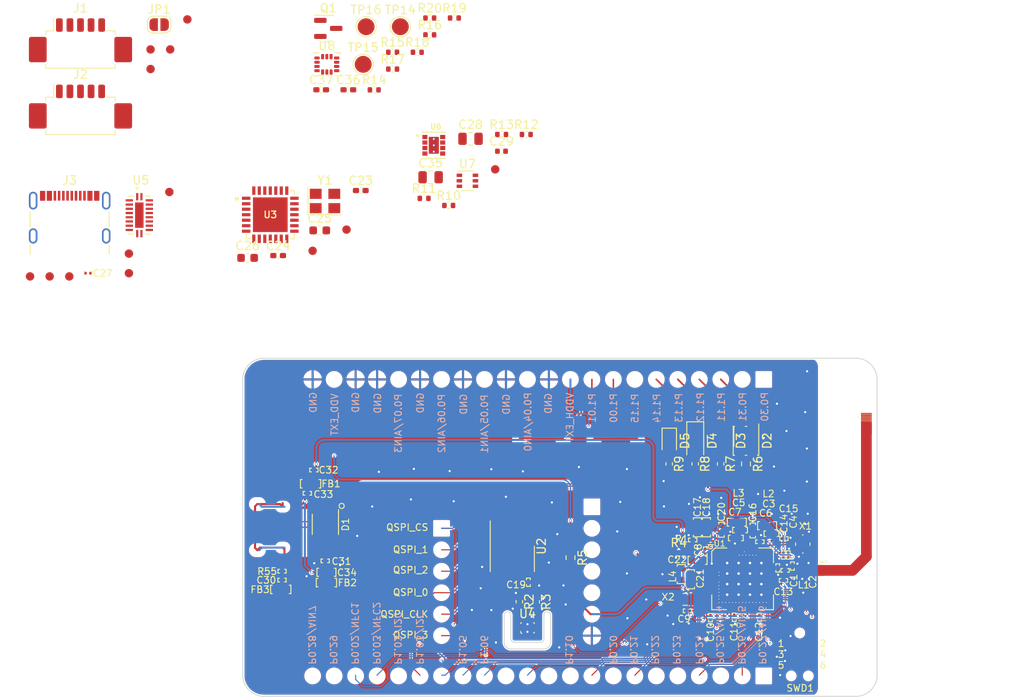
<source format=kicad_pcb>
(kicad_pcb (version 20211014) (generator pcbnew)
  (layers (0 "F.Cu" signal) (1 "In1.Cu" signal) (2 "In2.Cu" signal) (31 "B.Cu" signal) (34 "B.Paste" user) (35 "F.Paste" user) (36 "B.SilkS" user "B.Silkscreen") (37 "F.SilkS" user "F.Silkscreen") (38 "B.Mask" user) (39 "F.Mask" user) (44 "Edge.Cuts" user))
  (net 0 "")
  (net 1 "/Radio Sheet/M_A1")
  (net 2 "/Radio Sheet/DCC")
  (net 3 "/Radio Sheet/M_A31")
  (net 4 "/P0.03{slash}NFC2")
  (net 5 "/Radio Sheet/~{RESET}")
  (net 6 "/P0.29")
  (net 7 "/P0.12{slash}TRACECLK")
  (net 8 "/P0.11{slash}TRACEDATA_0")
  (net 9 "/P0.10{slash}TRACEDATA_1")
  (net 10 "/P0.09{slash}TRACEDATA_2")
  (net 11 "/P0.08{slash}TRACEDATA_3")
  (net 12 "/P0.28{slash}AIN7")
  (net 13 "/P0.27{slash}AIN6")
  (net 14 "/P0.26{slash}AIN5")
  (net 15 "/P0.25{slash}AIN4")
  (net 16 "/P0.24")
  (net 17 "/Radio Sheet/M_AL1")
  (net 18 "/P0.23")
  (net 19 "/P0.22")
  (net 20 "/P0.21")
  (net 21 "/Radio Sheet/M_AL31")
  (net 22 "/Radio Sheet/D_P")
  (net 23 "/Radio Sheet/D_N")
  (net 24 "/Radio Sheet/DCCD")
  (net 25 "/Radio Sheet/ANT")
  (net 26 "GND")
  (net 27 "/Radio Sheet/VBUS_NET")
  (net 28 "/Radio Sheet/DECA")
  (net 29 "/Radio Sheet/DECN")
  (net 30 "/Radio Sheet/DECR")
  (net 31 "VDD")
  (net 32 "/Radio Sheet/DCCH")
  (net 33 "/P0.02{slash}NFC1")
  (net 34 "/P1.00")
  (net 35 "/P0.20")
  (net 36 "/Radio Sheet/DECUSB")
  (net 37 "/Radio Sheet/XC2")
  (net 38 "/Radio Sheet/XC1")
  (net 39 "/RF")
  (net 40 "VBUS")
  (net 41 "/Radio Sheet/DECD")
  (net 42 "/Radio Sheet/XL1")
  (net 43 "/Radio Sheet/XL2")
  (net 44 "/P1.01")
  (net 45 "/SWDCLK")
  (net 46 "/P0.06{slash}AIN2")
  (net 47 "/P1.10")
  (net 48 "/P1.09")
  (net 49 "/P1.08")
  (net 50 "/P1.07")
  (net 51 "/P1.06")
  (net 52 "/P1.05")
  (net 53 "/P1.04")
  (net 54 "/P0.07{slash}AIN3")
  (net 55 "/P0.04{slash}AIN0")
  (net 56 "/SWDDIO")
  (net 57 "/P0.19")
  (net 58 "/P1.03{slash}I2C")
  (net 59 "/P1.02{slash}I2C")
  (net 60 "/P0.05{slash}AIN1")
  (net 61 "/P0.30")
  (net 62 "/P0.31")
  (net 63 "/P1.11")
  (net 64 "/P1.12")
  (net 65 "/P1.13")
  (net 66 "/P1.14")
  (net 67 "/P1.15")
  (net 68 "/P0.13{slash}QSPI_0")
  (net 69 "/P0.14{slash}QSPI_1")
  (net 70 "/P0.15{slash}QSPI_2")
  (net 71 "/P0.16{slash}QSPI_3")
  (net 72 "/P0.17{slash}QSPI_CLK")
  (net 73 "/P0.18{slash}QSPI_CS")
  (net 74 "VCC")
  (net 75 "/Radio Sheet/VDDH")
  (net 76 "+5V")
  (net 77 "Net-(C25-Pad1)")
  (net 78 "Net-(C25-Pad2)")
  (net 79 "Net-(C26-Pad2)")
  (net 80 "Net-(C28-Pad1)")
  (net 81 "Net-(C29-Pad1)")
  (net 82 "/USB/SHIELD")
  (net 83 "/USB/VBUS_CONN")
  (net 84 "/Power/VOUT")
  (net 85 "Net-(D2-Pad1)")
  (net 86 "Net-(D2-Pad3)")
  (net 87 "Net-(D2-Pad4)")
  (net 88 "/CAN_L")
  (net 89 "/CAN_H")
  (net 90 "+12V")
  (net 91 "Net-(D5-Pad1)")
  (net 92 "/USB/USB_GND")
  (net 95 "/USB/CC1")
  (net 96 "Net-(J3-PadA8)")
  (net 97 "/USB/CC2")
  (net 98 "Net-(J3-PadB8)")
  (net 99 "Net-(JP1-Pad2)")
  (net 100 "Net-(Q1-Pad3)")
  (net 101 "Net-(R11-Pad2)")
  (net 102 "Net-(R13-Pad1)")
  (net 103 "Net-(R16-Pad1)")
  (net 104 "Net-(R17-Pad1)")
  (net 105 "Net-(R19-Pad1)")
  (net 106 "/CAN/RXD")
  (net 107 "/CAN/TXD")
  (net 108 "Net-(J3-PadA3)")
  (net 109 "Net-(J3-PadA2)")
  (net 110 "/USB/DBG_EN")
  (net 127 "Net-(U7-Pad2)")
  (net 131 "/P0.21{slash}I2C")
  (net 132 "/P0.19{slash}I2C")
  (footprint "MCU_Nordic_Accessory:C_0201" (layer "F.Cu") (at 73.77 74 -90)
    (fp_text reference "C19")
    (fp_text value "100nF" hide)
  )
  (footprint "Connector_Molex.pretty:Molex_PicoBlade_53261-0571_1x05-1MP_P1.25mm_Horizontal" (layer "F.Cu") (at 20.81 18.32)
    (fp_text reference "J2")
    (fp_text value "PicoBlade")
  )
  (footprint "MCU_Nordic_Accessory:C_0201" (layer "F.Cu") (at 95.3 78.19 -90)
    (fp_text reference "C10")
    (fp_text value "100nF" hide)
  )
  (footprint "MCU_Nordic_Accessory:C_0603" (layer "F.Cu") (at 93.75 67.5 90)
    (fp_text reference "C17")
    (fp_text value "4.7uF" hide)
  )
  (footprint "MCU_Nordic_Accessory:C_0201" (layer "F.Cu") (at 101.1 78.15 -90)
    (fp_text reference "C12")
    (fp_text value "100nF" hide)
  )
  (footprint "tunaf1sh/misc.pretty:TestPoint_Pad_D1.0mm_Tight" (layer "F.Cu") (at 19.485 37.815)
    (fp_text reference "TP7" hide)
    (fp_text value "TestPoint")
  )
  (footprint "TestPoint.pretty:TestPoint_Pad_D2.0mm" (layer "F.Cu") (at 58.63 8.27)
    (fp_text reference "TP14")
    (fp_text value "TestPoint")
  )
  (footprint "MCU_Nordic_Accessory:FB_0603" (layer "F.Cu") (at 48.015 62.35)
    (fp_text reference "FB1")
    (fp_text value "120R/0.55A" hide)
  )
  (footprint "Resistor_SMD.pretty:R_0402_1005Metric" (layer "F.Cu") (at 57.72 13.28)
    (fp_text reference "R17")
    (fp_text value "91k")
  )
  (footprint "Resistor_SMD.pretty:R_0603_1608Metric" (layer "F.Cu") (at 99.5 60 -90)
    (fp_text reference "R6")
    (fp_text value "1k")
  )
  (footprint "MCU_Nordic_Accessory:FB_0603" (layer "F.Cu") (at 49.89 74.05)
    (fp_text reference "FB2")
    (fp_text value "120R/0.55A" hide)
  )
  (footprint "MCU_Nordic_Accessory:C_0201" (layer "F.Cu") (at 92.58 77.38 180)
    (fp_text reference "C9")
    (fp_text value "100nF" hide)
  )
  (footprint "Connector_Molex.pretty:Molex_PicoBlade_53261-0571_1x05-1MP_P1.25mm_Horizontal" (layer "F.Cu") (at 20.81 10.47)
    (fp_text reference "J1")
    (fp_text value "PicoBlade")
  )
  (footprint "MCU_Nordic_Accessory:C_0402" (layer "F.Cu") (at 96.6 67.8 90)
    (fp_text reference "C20")
    (fp_text value "1uF" hide)
  )
  (footprint "tunaf1sh/misc.pretty:TestPoint_Pad_D1.0mm_Tight" (layer "F.Cu") (at 14.845 37.815)
    (fp_text reference "TP9" hide)
    (fp_text value "TestPoint")
  )
  (footprint "Capacitor_SMD.pretty:C_0402_1005Metric_Pad0.74x0.62mm_HandSolder" (layer "F.Cu") (at 52.48 15.73)
    (fp_text reference "C36")
    (fp_text value "100nF")
  )
  (footprint "TestPoint.pretty:TestPoint_Pad_D2.0mm" (layer "F.Cu") (at 54.58 8.27)
    (fp_text reference "TP16")
    (fp_text value "TestPoint")
  )
  (footprint "MCU_Nordic_Accessory:XTAL_32768Hz_2PIN" (layer "F.Cu") (at 92.310001 76.029998 180)
    (fp_text reference "X2")
    (fp_text value "Crystal" hide)
  )
  (footprint "tunaf1sh/misc.pretty:TestPoint_Pad_D1.0mm_Tight" (layer "F.Cu") (at 69.845 25.145)
    (fp_text reference "TP13" hide)
    (fp_text value "TestPoint")
  )
  (footprint "MCU_Nordic_Accessory:C_0201" (layer "F.Cu") (at 103.92 70.78 -90)
    (fp_text reference "C14")
    (fp_text value "100nF" hide)
  )
  (footprint "tunaf1sh/misc.pretty:TestPoint_Pad_D1.0mm_Tight" (layer "F.Cu") (at 31.315 27.825)
    (fp_text reference "TP11" hide)
    (fp_text value "TestPoint")
  )
  (footprint "Package_TO_SOT_SMD.pretty:SOT-23" (layer "F.Cu") (at 96.5 57.27 -90)
    (fp_text reference "D3")
    (fp_text value "DESD2CAN")
  )
  (footprint "MCU_Nordic_Accessory:C_0201" (layer "F.Cu") (at 104.99 72.09 90)
    (fp_text reference "C2")
    (fp_text value "N/C" hide)
  )
  (footprint "Resistor_SMD.pretty:R_0402_1005Metric" (layer "F.Cu") (at 62.11 9.23)
    (fp_text reference "R16")
    (fp_text value "1k")
  )
  (footprint "LED_SMD.pretty:LED_Kingbright_AAA3528ESGCT" (layer "F.Cu") (at 99.5 57.27 -90)
    (fp_text reference "D2")
    (fp_text value "AAA3528")
  )
  (footprint "MCU_Nordic_Accessory:C_0201" (layer "F.Cu") (at 48.4065 60.725 180)
    (fp_text reference "C32")
    (fp_text value "100nF" hide)
  )
  (footprint "MCU_Nordic_Accessory:C_0201" (layer "F.Cu") (at 44.64 73.75 180)
    (fp_text reference "C30")
    (fp_text value "10nF" hide)
  )
  (footprint "Resistor_SMD.pretty:R_0402_1005Metric" (layer "F.Cu") (at 64.35 29.42)
    (fp_text reference "R10")
    (fp_text value "10k")
  )
  (footprint "tunaf1sh/snapeda.pretty:CONV_TPS82140SILR" (layer "F.Cu") (at 62.585 22.3)
    (fp_text reference "U6")
    (fp_text value "LMZ21700SILR")
  )
  (footprint "MCU_Nordic_Accessory:L_0603" (layer "F.Cu") (at 91.84 73.04 -90)
    (fp_text reference "L4")
    (fp_text value "10uH" hide)
  )
  (footprint "MCU_Nordic_Accessory:SOT-143" (layer "F.Cu") (at 49.765 67.15 -90)
    (fp_text reference "D1")
    (fp_text value "PRTR5V0U2X" hide)
  )
  (footprint "MCU_Nordic_Accessory:XTAL_32M_4PIN" (layer "F.Cu") (at 106.22 69.5 180)
    (fp_text reference "X1")
    (fp_text value "Crystal_GND24" hide)
  )
  (footprint "MCU_Nordic_Accessory:C_0402" (layer "F.Cu") (at 102.51 68.26 180)
    (fp_text reference "C3")
    (fp_text value "1uF" hide)
  )
  (footprint "MCU_Nordic_Accessory:C_0201" (layer "F.Cu") (at 103.99 68.84)
    (fp_text reference "C15")
    (fp_text value "100nF" hide)
  )
  (footprint "Capacitor_SMD.pretty:C_0805_2012Metric" (layer "F.Cu") (at 66.93 21.53)
    (fp_text reference "C28")
    (fp_text value "22u")
  )
  (footprint "MCU_Nordic_Accessory:L_0603" (layer "F.Cu") (at 98.41 66.89 180)
    (fp_text reference "L3")
    (fp_text value "10uH" hide)
  )
  (footprint "Resistor_SMD.pretty:R_0402_1005Metric" (layer "F.Cu") (at 70.61 21.02)
    (fp_text reference "R13")
    (fp_text value "10k")
  )
  (footprint "MCU_Nordic_Accessory:R_0201" (layer "F.Cu") (at 44.64 72.7 180)
    (fp_text reference "R55")
    (fp_text value "10K" hide)
  )
  (footprint "Capacitor_SMD.pretty:C_0805_2012Metric" (layer "F.Cu") (at 62.21 26.08)
    (fp_text reference "C35")
    (fp_text value "22u")
  )
  (footprint "Connector_USB.pretty:USB_C_Receptacle_GCT_USB4105-xx-A_16P_TopMnt_Horizontal" (layer "F.Cu") (at 19.53 31.95)
    (fp_text reference "J3")
    (fp_text value "USB_C_Receptacle")
  )
  (footprint "tunaf1sh/misc.pretty:TestPoint_Pad_D1.0mm_Tight" (layer "F.Cu") (at 29.095 10.955)
    (fp_text reference "TP4" hide)
    (fp_text value "TestPoint")
  )
  (footprint "Jumper.pretty:SolderJumper-2_P1.3mm_Open_RoundedPad1.0x1.5mm" (layer "F.Cu") (at 30.11 8.02)
    (fp_text reference "JP1")
    (fp_text value "TERM")
  )
  (footprint "Resistor_SMD.pretty:R_0402_1005Metric" (layer "F.Cu") (at 93.5 60 -90)
    (fp_text reference "R8")
    (fp_text value "5k1")
  )
  (footprint "tunaf1sh/misc.pretty:TestPoint_Pad_D1.0mm_Tight" (layer "F.Cu") (at 29.095 13.275)
    (fp_text reference "TP2" hide)
    (fp_text value "TestPoint")
  )
  (footprint "MCU_Nordic_Accessory:C_0402" (layer "F.Cu") (at 100.3 67.875 90)
    (fp_text reference "C16")
    (fp_text value "1uF" hide)
  )
  (footprint "MCU_Nordic_Accessory:C_0201" (layer "F.Cu") (at 49.74 71.475)
    (fp_text reference "C31")
    (fp_text value "100nF" hide)
  )
  (footprint "tunaf1sh/misc.pretty:TestPoint_Pad_D1.0mm_Tight" (layer "F.Cu") (at 17.165 37.815)
    (fp_text reference "TP12" hide)
    (fp_text value "TestPoint")
  )
  (footprint "Crystal.pretty:Crystal_SMD_3225-4Pin_3.2x2.5mm" (layer "F.Cu") (at 49.72 28.89)
    (fp_text reference "Y1")
    (fp_text value "16MHz")
  )
  (footprint "MCU_Nordic_Accessory:FB_0603" (layer "F.Cu") (at 44.49 74.85 180)
    (fp_text reference "FB3")
    (fp_text value "120R/0.55A" hide)
  )
  (footprint "Package_SON.pretty:WSON-8-1EP_6x5mm_P1.27mm_EP3.4x4mm" (layer "F.Cu") (at 71.865 69.745 -90)
    (fp_text reference "U2")
    (fp_text value "MX25R6435F")
  )
  (footprint "MCU_Nordic_Accessory:L_0603" (layer "F.Cu") (at 102 67.31 180)
    (fp_text reference "L2")
    (fp_text value "10uH" hide)
  )
  (footprint "MCU_Nordic_Accessory:C_0201" (layer "F.Cu") (at 98.11 78.15 -90)
    (fp_text reference "C11")
    (fp_text value "100nF" hide)
  )
  (footprint "MCU_Nordic_Accessory:C_0603" (layer "F.Cu") (at 94.825 67.5 90)
    (fp_text reference "C18")
    (fp_text value "4.7uF" hide)
  )
  (footprint "Resistor_SMD.pretty:R_0402_1005Metric" (layer "F.Cu") (at 73.52 21.02)
    (fp_text reference "R12")
    (fp_text value "232k")
  )
  (footprint "tunaf1sh/misc.pretty:TestPoint_Pad_D1.0mm_Tight" (layer "F.Cu") (at 33.445 7.405)
    (fp_text reference "TP1" hide)
    (fp_text value "TestPoint")
  )
  (footprint "Resistor_SMD.pretty:R_0402_1005Metric" (layer "F.Cu") (at 55.54 15.74)
    (fp_text reference "R14")
    (fp_text value "1k")
  )
  (footprint "MCU_Nordic_Accessory:C_0603" (layer "F.Cu") (at 49.89 72.825)
    (fp_text reference "C34")
    (fp_text value "1uF" hide)
  )
  (footprint "MCU_Nordic_Accessory:C_0603" (layer "F.Cu") (at 93.775 71.41 180)
    (fp_text reference "C22")
    (fp_text value "4.7uF" hide)
  )
  (footprint "tunaf1sh/misc.pretty:TestPoint_Pad_D1.0mm_Tight" (layer "F.Cu") (at 26.535 37.435)
    (fp_text reference "TP8" hide)
    (fp_text value "TestPoint")
  )
  (footprint "Resistor_SMD.pretty:R_0402_1005Metric" (layer "F.Cu") (at 65.02 7.24)
    (fp_text reference "R19")
    (fp_text value "91k")
  )
  (footprint "Diode_SMD.pretty:D_SOD-323" (layer "F.Cu") (at 90.43 57.27 -90)
    (fp_text reference "D5")
    (fp_text value "SD24-7")
  )
  (footprint "Package_TO_SOT_SMD.pretty:SOT-363_SC-70-6" (layer "F.Cu") (at 66.56 26.5)
    (fp_text reference "U7")
    (fp_text value "SiP32432DR3")
  )
  (footprint "MCU_Nordic_Accessory:C_0201" (layer "F.Cu") (at 103.25 72.315 90)
    (fp_text reference "C1")
    (fp_text value "0.7pF" hide)
  )
  (footprint "tunaf1sh/misc.pretty:TestPoint_Pad_D1.0mm_Tight" (layer "F.Cu") (at 26.535 35.115)
    (fp_text reference "TP10" hide)
    (fp_text value "TestPoint")
  )
  (footprint "Resistor_SMD.pretty:R_0402_1005Metric" (layer "F.Cu") (at 74.7 76.32 -90)
    (fp_text reference "R3")
    (fp_text value "1k")
  )
  (footprint "tunaf1sh/misc.pretty:TestPoint_Pad_D1.0mm_Tight" (layer "F.Cu") (at 52.265 32.275)
    (fp_text reference "TP6" hide)
    (fp_text value "TestPoint")
  )
  (footprint "MCU_Nordic_Accessory:C_0402" (layer "F.Cu") (at 98.3 68.77 180)
    (fp_text reference "C7")
    (fp_text value "1uF" hide)
  )
  (footprint "Capacitor_SMD.pretty:C_0402_1005Metric_Pad0.74x0.62mm_HandSolder" (layer "F.Cu") (at 49.27 15.73)
    (fp_text reference "C37")
    (fp_text value "100nF")
  )
  (footprint "tunaf1sh/snapeda.pretty:QFN50P450X250X100-21N" (layer "F.Cu") (at 27.765 30.565)
    (fp_text reference "U5")
    (fp_text value "74CBTLV3245BQ")
  )
  (footprint "MCU_Nordic_Accessory:C_0201" (layer "F.Cu") (at 101.14 69.21)
    (fp_text reference "C6")
    (fp_text value "100nF" hide)
  )
  (footprint "MCU_Nordic_Accessory:L_0201" (layer "F.Cu") (at 104.12 72.6)
    (fp_text reference "L1")
    (fp_text value "L" hide)
  )
  (footprint "MCU_Nordic_Accessory:C_0201" (layer "F.Cu") (at 94.68 70.32 90)
    (fp_text reference "C8")
    (fp_text value "100nF" hide)
  )
  (footprint "digikey/digikey-kicad-library/digikey-footprints.pretty:UFDFN-6_1.45x1mm" (layer "F.Cu") (at 73.67 79.4)
    (fp_text reference "U4")
    (fp_text value "SN74LVC1G00DRY2")
  )
  (footprint "Resistor_SMD.pretty:R_0402_1005Metric" (layer "F.Cu") (at 57.72 11.29)
    (fp_text reference "R15")
    (fp_text value "22k")
  )
  (footprint "Resistor_SMD.pretty:R_0402_1005Metric" (layer "F.Cu") (at 96.5 60 -90)
    (fp_text reference "R7")
    (fp_text value "5k1")
  )
  (footprint "MCU_Nordic_Accessory:R_0201" (layer "F.Cu") (at 93.2 69)
    (fp_text reference "R1")
    (fp_text value "2R2" hide)
  )
  (footprint "Resistor_SMD.pretty:R_0402_1005Metric" (layer "F.Cu") (at 90.42 60 -90)
    (fp_text reference "R9")
    (fp_text value "50k")
  )
  (footprint "Resistor_SMD.pretty:R_0402_1005Metric" (layer "F.Cu") (at 91.55 70.52)
    (fp_text reference "R4")
    (fp_text value "1k")
  )
  (footprint "Capacitor_SMD.pretty:C_0402_1005Metric_Pad0.74x0.62mm_HandSolder" (layer "F.Cu") (at 53.95 27.65)
    (fp_text reference "C23")
    (fp_text value "100nF")
  )
  (footprint "MCU_Nordic_Accessory:C_0603" (layer "F.Cu") (at 92.93 73.65 90)
    (fp_text reference "C21")
    (fp_text value "2.2uF" hide)
  )
  (footprint "MCU_Nordic_Accessory:C_0201" (layer "F.Cu") (at 21.695 37.435)
    (fp_text reference "C27")
    (fp_text value "100nF" hide)
  )
  (footprint "Capacitor_SMD.pretty:C_0402_1005Metric" (layer "F.Cu") (at 70.59 23)
    (fp_text reference "C29")
    (fp_text value "3.3n")
  )
  (footprint "TestPoint.pretty:TestPoint_Pad_D2.0mm" (layer "F.Cu") (at 54.24 12.72)
    (fp_text reference "TP15")
    (fp_text value "TestPoint")
  )
  (footprint "Resistor_SMD.pretty:R_0603_1608Metric" (layer "F.Cu") (at 78.75 71.1 -90)
    (fp_text reference "R5")
    (fp_text value "120R")
  )
  (footprint "Resistor_SMD.pretty:R_0402_1005Metric" (layer "F.Cu") (at 72.7 76.31 -90)
    (fp_text reference "R2")
    (fp_text value "1k")
  )
  (footprint "MCU_Nordic_Accessory:C_0201" (layer "F.Cu") (at 103.93 73.79)
    (fp_text reference "C13")
    (fp_text value "100nF" hide)
  )
  (footprint "MCU_Nordic_Accessory:C_0201" (layer "F.Cu") (at 47.627 63.475)
    (fp_text reference "C33")
    (fp_text value "10nF" hide)
  )
  (footprint "Capacitor_SMD.pretty:C_0402_1005Metric_Pad0.74x0.62mm_HandSolder" (layer "F.Cu") (at 44.18 35.35)
    (fp_text reference "C24")
    (fp_text value "100nF")
  )
  (footprint "Capacitor_SMD.pretty:C_0603_1608Metric" (layer "F.Cu") (at 49.1 32.37)
    (fp_text reference "C25")
    (fp_text value "8pF")
  )
  (footprint "MCU_Nordic_Accessory:TC2030-IDC-NL" (layer "F.Cu") (at 105.86 82.55 -90)
    (fp_text reference "SWD1")
    (fp_text value "Conn_02x03_Odd_Even" hide)
  )
  (footprint "Capacitor_SMD.pretty:C_0603_1608Metric" (layer "F.Cu") (at 40.57 35.62)
    (fp_text reference "C26")
    (fp_text value "8pF")
  )
  (footprint "MCU_Nordic_Custom:Nordic-AQFN-1EP_7x7mm_P0.4mm" (layer "F.Cu") (at 99.1 73.6)
    (fp_text reference "U1")
    (fp_text value "nRF5340-QKAA")
  )
  (footprint "Resistor_SMD.pretty:R_0402_1005Metric" (layer "F.Cu") (at 62.11 7.24)
    (fp_text reference "R20")
    (fp_text value "10k")
  )
  (footprint "MCU_Nordic_Accessory:C_0201" (layer "F.Cu") (at 104.5 70.775 90)
    (fp_text reference "C4")
    (fp_text value "2.2nF" hide)
  )
  (footprint "Package_TO_SOT_SMD.pretty:SOT-23" (layer "F.Cu") (at 50.11 8.47)
    (fp_text reference "Q1")
    (fp_text value "BSS123")
  )
  (footprint "MCU_Nordic_Accessory:C_0402" (layer "F.Cu") (at 98.8 67.825 180)
    (fp_text reference "C5")
    (fp_text value "1uF" hide)
  )
  (footprint "Package_LGA.pretty:LGA-14_3x2.5mm_P0.5mm_LayoutBorder3x4y" (layer "F.Cu") (at 49.94 12.72)
    (fp_text reference "U8")
    (fp_text value "LSM6DSL")
  )
  (footprint "MCU_Nordic_Accessory:ANTENNA_L_2_4GHZ" (layer "F.Cu") (at 108 72.6 90)
    (fp_text reference "ANT1")
    (fp_text value "Antenna_L" hide)
  )
  (footprint "tunaf1sh/misc.pretty:TestPoint_Pad_D1.0mm_Tight" (layer "F.Cu") (at 31.415 10.955)
    (fp_text reference "TP3" hide)
    (fp_text value "TestPoint")
  )
  (footprint "Resistor_SMD.pretty:R_0402_1005Metric" (layer "F.Cu") (at 60.63 11.29)
    (fp_text reference "R18")
    (fp_text value "10k")
  )
  (footprint "tunaf1sh/misc.pretty:TestPoint_Pad_D1.0mm_Tight" (layer "F.Cu") (at 48.255 34.785)
    (fp_text reference "TP5" hide)
    (fp_text value "TestPoint")
  )
  (footprint "Diode_SMD.pretty:D_SOD-123" (layer "F.Cu") (at 93.5 57.27 -90)
    (fp_text reference "D4")
    (fp_text value "MBR0540")
  )
  (footprint "tunaf1sh/QFN.pretty:QFN-28L" (layer "F.Cu") (at 43.252 30.515)
    (fp_text reference "U3")
    (fp_text value "MCP25625-E/ML")
  )
  (footprint "Resistor_SMD.pretty:R_0402_1005Metric" (layer "F.Cu") (at 61.44 28.58)
    (fp_text reference "R11")
    (fp_text value "44.2k")
  )
  (gr_arc (start 72.1 81.1) (mid 71.817157 80.982843) (end 71.7 80.7) (layer "Edge.Cuts") (width 0.1))
  (gr_arc (start 40 50) (mid 40.732233 48.232233) (end 42.5 47.5) (layer "Edge.Cuts") (width 0.1))
  (gr_line (start 75.6 77.9) (end 75.6 80.7) (layer "Edge.Cuts") (width 0.1))
  (gr_line (start 115 50) (end 115 85) (layer "Edge.Cuts") (width 0.1))
  (gr_line (start 71.7 80.7) (end 71.7 77.9) (layer "Edge.Cuts") (width 0.1))
  (gr_line (start 70.9 77.9) (end 70.9 81.1) (layer "Edge.Cuts") (width 0.1))
  (gr_arc (start 76.4 81.1) (mid 76.165685 81.665685) (end 75.6 81.9) (layer "Edge.Cuts") (width 0.1))
  (gr_line (start 75.2 81.1) (end 72.1 81.1) (layer "Edge.Cuts") (width 0.1))
  (gr_arc (start 71.7 81.9) (mid 71.134315 81.665685) (end 70.9 81.1) (layer "Edge.Cuts") (width 0.1))
  (gr_line (start 40 85) (end 40 50) (layer "Edge.Cuts") (width 0.1))
  (gr_line (start 42.5 47.5) (end 112.5 47.5) (layer "Edge.Cuts") (width 0.1))
  (gr_arc (start 115 85) (mid 114.267767 86.767767) (end 112.5 87.5) (layer "Edge.Cuts") (width 0.1))
  (gr_arc (start 112.5 47.5) (mid 114.267767 48.232233) (end 115 50) (layer "Edge.Cuts") (width 0.1))
  (gr_arc (start 75.6 80.7) (mid 75.482843 80.982843) (end 75.2 81.1) (layer "Edge.Cuts") (width 0.1))
  (gr_line (start 112.5 87.5) (end 42.5 87.5) (layer "Edge.Cuts") (width 0.1))
  (gr_arc (start 42.5 87.5) (mid 40.732233 86.767767) (end 40 85) (layer "Edge.Cuts") (width 0.1))
  (gr_line (start 76.4 81.1) (end 76.4 77.9) (layer "Edge.Cuts") (width 0.1))
  (gr_arc (start 70.9 77.9) (mid 71.3 77.5) (end 71.7 77.9) (layer "Edge.Cuts") (width 0.1))
  (gr_arc (start 75.6 77.9) (mid 76 77.5) (end 76.4 77.9) (layer "Edge.Cuts") (width 0.1))
  (gr_line (start 71.7 81.9) (end 75.6 81.9) (layer "Edge.Cuts") (width 0.1))
  (gr_text "P0.23" (at 91.27 83.81 270) (layer "B.SilkS") (effects (font (size 0.8 0.8) (thickness 0.12)) (justify left mirror)))
  (gr_text "GND" (at 71.16 54.24 90) (layer "B.SilkS") (effects (font (size 0.8 0.8) (thickness 0.12)) (justify right mirror)))
  (gr_text "P0.27/AIN6" (at 101.42 83.81 270) (layer "B.SilkS") (effects (font (size 0.8 0.8) (thickness 0.12)) (justify left mirror)))
  (gr_text "P0.07/AIN3" (at 58.39 51.63 90) (layer "B.SilkS") (effects (font (size 0.8 0.8) (thickness 0.12)) (justify left mirror)))
  (gr_text "P0.02/NFC1" (at 53.24 83.81 270) (layer "B.SilkS") (effects (font (size 0.8 0.8) (thickness 0.12)) (justify left mirror)))
  (gr_text "GND" (at 55.95 54.12 90) (layer "B.SilkS") (effects (font (size 0.8 0.8) (thickness 0.12)) (justify right mirror)))
  (gr_text "P1.15" (at 86.38 51.61 90) (layer "B.SilkS") (effects (font (size 0.8 0.8) (thickness 0.12)) (justify left mirror)))
  (gr_text "VDD_EXT" (at 50.86 51.59 90) (layer "B.SilkS") (effects (font (size 0.8 0.8) (thickness 0.12)) (justify left mirror)))
  (gr_text "P0.31" (at 99.12 51.45 90) (layer "B.SilkS") (effects (font (size 0.8 0.8) (thickness 0.12)) (justify left mirror)))
  (gr_text "GND" (at 61 54.09 90) (layer "B.SilkS") (effects (font (size 0.8 0.8) (thickness 0.12)) (justify right mirror)))
  (gr_text "P1.05" (at 65.98 83.81 270) (layer "B.SilkS") (effects (font (size 0.8 0.8) (thickness 0.12)) (justify left mirror)))
  (gr_text "GND" (at 76.13 54.15 90) (layer "B.SilkS") (effects (font (size 0.8 0.8) (thickness 0.12)) (justify right mirror)))
  (gr_text "GND" (at 66.11 54.24 90) (layer "B.SilkS") (effects (font (size 0.8 0.8) (thickness 0.12)) (justify right mirror)))
  (gr_text "P1.12" (at 94.12 51.47 90) (layer "B.SilkS") (effects (font (size 0.8 0.8) (thickness 0.12)) (justify left mirror)))
  (gr_text "P0.26/AIN5" (at 98.97 83.81 270) (layer "B.SilkS") (effects (font (size 0.8 0.8) (thickness 0.12)) (justify left mirror)))
  (gr_text "P0.22" (at 88.73 83.81 270) (layer "B.SilkS") (effects (font (size 0.8 0.8) (thickness 0.12)) (justify left mirror)))
  (gr_text "P0.21" (at 86.21 83.81 270) (layer "B.SilkS") (effects (font (size 0.8 0.8) (thickness 0.12)) (justify left mirror)))
  (gr_text "P0.06/AIN2" (at 63.52 51.65 90) (layer "B.SilkS") (effects (font (size 0.8 0.8) (thickness 0.12)) (justify left mirror)))
  (gr_text "P0.20" (at 83.78 83.81 270) (layer "B.SilkS") (effects (font (size 0.8 0.8) (thickness 0.12)) (justify left mirror)))
  (gr_text "P1.14" (at 88.96 51.61 90) (layer "B.SilkS") (effects (font (size 0.8 0.8) (thickness 0.12)) (justify left mirror)))
  (gr_text "P0.30" (at 101.72 51.43 90) (layer "B.SilkS") (effects (font (size 0.8 0.8) (thickness 0.12)) (justify left mirror)))
  (gr_text "P1.13" (at 91.57 51.55 90) (layer "B.SilkS") (effects (font (size 0.8 0.8) (thickness 0.12)) (justify left mirror)))
  (gr_text "P1.01" (at 81.32 51.58 90) (layer "B.SilkS") (effects (font (size 0.8 0.8) (thickness 0.12)) (justify left mirror)))
  (gr_text "P0.03/NFC2" (at 55.8 83.81 270) (layer "B.SilkS") (effects (font (size 0.8 0.8) (thickness 0.12)) (justify left mirror)))
  (gr_text "P0.05/AIN1" (at 68.59 51.71 90) (layer "B.SilkS") (effects (font (size 0.8 0.8) (thickness 0.12)) (justify left mirror)))
  (gr_text "P1.00" (at 83.85 51.58 90) (layer "B.SilkS") (effects (font (size 0.8 0.8) (thickness 0.12)) (justify left mirror)))
  (gr_text "VDDH_EXT" (at 78.69 51.5 90) (layer "B.SilkS") (effects (font (size 0.8 0.8) (thickness 0.12)) (justify left mirror)))
  (gr_text "GND" (at 48.32 54.03 90) (layer "B.SilkS") (effects (font (size 0.8 0.8) (thickness 0.12)) (justify right mirror)))
  (gr_text "P0.24" (at 93.95 83.81 270) (layer "B.SilkS") (effects (font (size 0.8 0.8) (thickness 0.12)) (justify left mirror)))
  (gr_text "P1.02/I2C" (at 58.31 83.81 270) (layer "B.SilkS") (effects (font (size 0.8 0.8) (thickness 0.12)) (justify left mirror)))
  (gr_text "P0.28/AIN7" (at 48.17 83.81 270) (layer "B.SilkS") (effects (font (size 0.8 0.8) (thickness 0.12)) (justify left mirror)))
  (gr_text "P0.04/AIN0" (at 73.72 51.47 90) (layer "B.SilkS") (effects (font (size 0.8 0.8) (thickness 0.12)) (justify left mirror)))
  (gr_text "P1.10" (at 78.56 83.81 270) (layer "B.SilkS") (effects (font (size 0.8 0.8) (thickness 0.12)) (justify left mirror)))
  (gr_text "P0.29" (at 50.7 83.81 270) (layer "B.SilkS") (effects (font (size 0.8 0.8) (thickness 0.12)) (justify left mirror)))
  (gr_text "GND" (at 53.34 54.03 90) (layer "B.SilkS") (effects (font (size 0.8 0.8) (thickness 0.12)) (justify right mirror)))
  (gr_text "P1.03/I2C" (at 60.9 83.81 270) (layer "B.SilkS") (effects (font (size 0.8 0.8) (thickness 0.12)) (justify left mirror)))
  (gr_text "P1.11" (at 96.59 51.47 90) (layer "B.SilkS") (effects (font (size 0.8 0.8) (thickness 0.12)) (justify left mirror)))
  (gr_text "P0.25/AIN4" (at 96.41 83.81 270) (layer "B.SilkS") (effects (font (size 0.8 0.8) (thickness 0.12)) (justify left mirror)))
  (gr_text "P1.06" (at 68.52 83.81 270) (layer "B.SilkS") (effects (font (size 0.8 0.8) (thickness 0.12)) (justify left mirror)))
  (gr_text "QSPI_0" (at 62 75.2) (layer "F.SilkS") (effects (font (size 0.8 0.8) (thickness 0.12)) (justify right)))
  (gr_text "QSPI_3" (at 62 80.24) (layer "F.SilkS") (effects (font (size 0.8 0.8) (thickness 0.12)) (justify right)))
  (gr_text "QSPI_CLK" (at 62 77.79) (layer "F.SilkS") (effects (font (size 0.8 0.8) (thickness 0.12)) (justify right)))
  (gr_text "5" (at 103.65 83.82) (layer "F.SilkS") (effects (font (size 0.8 0.8) (thickness 0.12))))
  (gr_text "4" (at 108.15 82.55) (layer "F.SilkS") (effects (font (size 0.8 0.8) (thickness 0.12)) (justify left)))
  (gr_text "QSPI_CS" (at 62 67.51) (layer "F.SilkS") (effects (font (size 0.8 0.8) (thickness 0.12)) (justify right)))
  (gr_text "QSPI_2" (at 62 72.56) (layer "F.SilkS") (effects (font (size 0.8 0.8) (thickness 0.12)) (justify right)))
  (gr_text "QSPI_1" (at 62 70.14) (layer "F.SilkS") (effects (font (size 0.8 0.8) (thickness 0.12)) (justify right)))
  (segment (start 42.25 69.905) (end 41.94 70.215) (width 0.2413) (layer "B.Cu") (net 0))
  (segment (start 42.25 65.065) (end 41.94 64.755) (width 0.2413) (layer "B.Cu") (net 0))
  (segment (start 44.94 65.065) (end 42.25 65.065) (width 0.2413) (layer "B.Cu") (net 0))
  (segment (start 44.94 69.905) (end 42.25 69.905) (width 0.2413) (layer "B.Cu") (net 0))
  (segment (start 100.85 67.785) (end 101.325 67.31) (width 0.1778) (layer "F.Cu") (net 2))
  (segment (start 100.85 68.65) (end 100.85 67.785) (width 0.1778) (layer "F.Cu") (net 2))
  (segment (start 100.1 69.4) (end 100.85 68.65) (width 0.1778) (layer "F.Cu") (net 2))
  (segment (start 100.1 70.4) (end 100.1 69.4) (width 0.1778) (layer "F.Cu") (net 2))
  (segment (start 85.35 81.25) (end 85.35 81.05261) (width 0.127) (layer "F.Cu") (net 4))
  (segment (start 94.04 77.57261) (end 94.304571 77.308039) (width 0.127) (layer "F.Cu") (net 4))
  (segment (start 95.79 74.6) (end 95.9 74.6) (width 0.127) (layer "F.Cu") (net 4))
  (segment (start 94.04 79.91261) (end 94.04 77.57261) (width 0.127) (layer "F.Cu") (net 4))
  (segment (start 85.69449 80.70812) (end 93.24449 80.70812) (width 0.127) (layer "F.Cu") (net 4))
  (segment (start 94.304571 77.308039) (end 94.304571 76.085429) (width 0.127) (layer "F.Cu") (net 4))
  (segment (start 85.35 81.05261) (end 85.69449 80.70812) (width 0.127) (layer "F.Cu") (net 4))
  (segment (start 94.304571 76.085429) (end 95.79 74.6) (width 0.127) (layer "F.Cu") (net 4))
  (segment (start 93.24449 80.70812) (end 94.04 79.91261) (width 0.127) (layer "F.Cu") (net 4))
  (via (at 85.35 81.25) (size 0.254) (drill 0.1524) (layers "F.Cu" "B.Cu") (net 4))
  (segment (start 67.80551 82.36188) (end 67.58799 82.5794) (width 0.127) (layer "B.Cu") (net 4))
  (segment (start 55.88 84.98739) (end 55.88 85.000008) (width 0.127) (layer "B.Cu") (net 4))
  (segment (start 85.35 81.09) (end 85.2 80.94) (width 0.127) (layer "B.Cu") (net 4))
  (segment (start 58.28799 82.5794) (end 55.88 84.98739) (width 0.127) (layer "B.Cu") (net 4))
  (segment (start 83.0506 82.5794) (end 69.825705 82.5794) (width 0.127) (layer "B.Cu") (net 4))
  (segment (start 85.2 80.94) (end 84.69 80.94) (width 0.127) (layer "B.Cu") (net 4))
  (segment (start 69.236305 81.99) (end 68.63 81.99) (width 0.127) (layer "B.Cu") (net 4))
  (segment (start 68.25812 82.36188) (end 67.80551 82.36188) (width 0.127) (layer "B.Cu") (net 4))
  (segment (start 85.35 81.25) (end 85.35 81.09) (width 0.127) (layer "B.Cu") (net 4))
  (segment (start 69.825705 82.5794) (end 69.236305 81.99) (width 0.127) (layer "B.Cu") (net 4))
  (segment (start 68.63 81.99) (end 68.25812 82.36188) (width 0.127) (layer "B.Cu") (net 4))
  (segment (start 67.58799 82.5794) (end 58.28799 82.5794) (width 0.127) (layer "B.Cu") (net 4))
  (segment (start 84.69 80.94) (end 83.0506 82.5794) (width 0.127) (layer "B.Cu") (net 4))
  (segment (start 106.495 80.83) (end 106.9 80.425) (width 0.127) (layer "F.Cu") (net 5))
  (segment (start 106.495 81.28) (end 106.495 80.83) (width 0.127) (layer "F.Cu") (net 5))
  (segment (start 103.10188 75.80188) (end 102.3 75) (width 0.127) (layer "F.Cu") (net 5))
  (segment (start 106.9 80.425) (end 106.9 79.79) (width 0.127) (layer "F.Cu") (net 5))
  (segment (start 105.30188 78.19188) (end 105.30188 76.6871) (width 0.127) (layer "F.Cu") (net 5))
  (segment (start 104.41666 75.80188) (end 103.10188 75.80188) (width 0.127) (layer "F.Cu") (net 5))
  (segment (start 105.30188 76.6871) (end 104.41666 75.80188) (width 0.127) (layer "F.Cu") (net 5))
  (segment (start 106.9 79.79) (end 105.30188 78.19188) (width 0.127) (layer "F.Cu") (net 5))
  (segment (start 106.65 77.6) (end 106.65 77.06739) (width 0.127) (layer "F.Cu") (net 6))
  (segment (start 106.65 77.06739) (end 104.66333 75.08072) (width 0.127) (layer "F.Cu") (net 6))
  (segment (start 103.58072 75.08072) (end 102.3 73.8) (width 0.127) (layer "F.Cu") (net 6))
  (segment (start 104.66333 75.08072) (end 103.58072 75.08072) (width 0.127) (layer "F.Cu") (net 6))
  (via (at 106.65 77.6) (size 0.254) (drill 0.1524) (layers "F.Cu" "B.Cu") (net 6))
  (via micro (at 97.100009 76.4) (size 0.1524) (drill 0.1016) (layers "F.Cu" "In1.Cu") (net 7))
  (via micro (at 96.70001 76.4) (size 0.1524) (drill 0.1016) (layers "F.Cu" "In1.Cu") (net 8))
  (via micro (at 96.300011 76.4) (size 0.1524) (drill 0.1016) (layers "F.Cu" "In1.Cu") (net 9))
  (segment (start 95.9 76.2) (end 95.9 76.284361) (width 0.127) (layer "F.Cu") (net 10))
  (segment (start 96.05 79.41) (end 96.05 77.490017) (width 0.127) (layer "F.Cu") (net 10))
  (segment (start 95.535389 76.648972) (end 95.535389 76.975389) (width 0.127) (layer "F.Cu") (net 10))
  (segment (start 96.05 77.490017) (end 96.039991 77.480008) (width 0.127) (layer "F.Cu") (net 10))
  (segment (start 95.9 76.284361) (end 95.535389 76.648972) (width 0.127) (layer "F.Cu") (net 10))
  (segment (start 95.535389 76.975389) (end 96.04 77.48) (width 0.127) (layer "F.Cu") (net 10))
  (via (at 96.05 79.41) (size 0.254) (drill 0.1524) (layers "F.Cu" "B.Cu") (net 10))
  (via micro (at 96.300011 76) (size 0.1524) (drill 0.1016) (layers "F.Cu" "In1.Cu") (net 11))
  (segment (start 102.93 76.03) (end 102.3 75.4) (width 0.127) (layer "F.Cu") (net 12))
  (segment (start 104.78 77.22) (end 104.78 76.48783) (width 0.127) (layer "F.Cu") (net 12))
  (segment (start 104.78 76.48783) (end 104.32217 76.03) (width 0.127) (layer "F.Cu") (net 12))
  (segment (start 104.32217 76.03) (end 102.93 76.03) (width 0.127) (layer "F.Cu") (net 12))
  (via (at 104.78 77.22) (size 0.254) (drill 0.1524) (layers "F.Cu" "B.Cu") (net 12))
  (via micro (at 101.899999 76.4) (size 0.1524) (drill 0.1016) (layers "F.Cu" "In1.Cu") (net 13))
  (segment (start 102.17812 79.90188) (end 102.17812 77.27812) (width 0.127) (layer "F.Cu") (net 14))
  (segment (start 99.06 85) (end 99.06 83.02) (width 0.127) (layer "F.Cu") (net 14))
  (segment (start 102.17812 77.27812) (end 101.7 76.8) (width 0.127) (layer "F.Cu") (net 14))
  (segment (start 99.06 83.02) (end 102.17812 79.90188) (width 0.127) (layer "F.Cu") (net 14))
  (via micro (at 101.5 76.4) (size 0.1524) (drill 0.1016) (layers "F.Cu" "In1.Cu") (net 15))
  (segment (start 101.95 77.45) (end 101.3 76.8) (width 0.127) (layer "F.Cu") (net 16))
  (segment (start 101.95 79.80739) (end 101.95 77.45) (width 0.127) (layer "F.Cu") (net 16))
  (segment (start 98.03739 83.72) (end 101.95 79.80739) (width 0.127) (layer "F.Cu") (net 16))
  (segment (start 95.26 83.72) (end 98.03739 83.72) (width 0.127) (layer "F.Cu") (net 16))
  (segment (start 93.98 85) (end 95.26 83.72) (width 0.127) (layer "F.Cu") (net 16))
  (via micro (at 99.900003 76.4) (size 0.1524) (drill 0.1016) (layers "F.Cu" "In1.Cu") (net 18))
  (via micro (at 99.5 76.4) (size 0.1524) (drill 0.1016) (layers "F.Cu" "In1.Cu") (net 19))
  (segment (start 89.04 82.32) (end 96.40261 82.32) (width 0.127) (layer "F.Cu") (net 20))
  (segment (start 98.9 77.068532) (end 98.9 76.8) (width 0.127) (layer "F.Cu") (net 20))
  (segment (start 96.40261 82.32) (end 99.207631 79.514979) (width 0.127) (layer "F.Cu") (net 20))
  (segment (start 86.36 85) (end 89.04 82.32) (width 0.127) (layer "F.Cu") (net 20))
  (segment (start 99.207631 79.514979) (end 99.207631 77.376163) (width 0.127) (layer "F.Cu") (net 20))
  (segment (start 99.207631 77.376163) (end 98.9 77.068532) (width 0.127) (layer "F.Cu") (net 20))
  (segment (start 87.49 69.1928) (end 87.49 68.472032) (width 0.127) (layer "F.Cu") (net 22))
  (segment (start 87.73 63.716481) (end 87.73 67.374926) (width 0.127) (layer "F.Cu") (net 22))
  (segment (start 49.758318 67.016211) (end 51.98648 67.016211) (width 0.127) (layer "F.Cu") (net 22))
  (segment (start 87.416776 68.295255) (end 87.32 68.198479) (width 0.127) (layer "F.Cu") (net 22))
  (segment (start 48.815 66.25) (end 48.376446 66.688554) (width 0.127) (layer "F.Cu") (net 22))
  (segment (start 49.566046 66.980397) (end 49.692738 67.014344) (width 0.127) (layer "F.Cu") (net 22))
  (segment (start 44.605 66.835) (end 44.6 66.83) (width 0.127) (layer "F.Cu") (net 22))
  (segment (start 96.3 70.8) (end 96.3 70.363553) (width 0.127) (layer "F.Cu") (net 22))
  (segment (start 48.815 66.28) (end 49.404765 66.869765) (width 0.127) (layer "F.Cu") (net 22))
  (segment (start 54.48948 62.366481) (end 86.38 62.366481) (width 0.127) (layer "F.Cu") (net 22))
  (segment (start 49.692738 67.014344) (end 49.758318 67.016211) (width 0.127) (layer "F.Cu") (net 22))
  (segment (start 95.586447 69.65) (end 87.9472 69.65) (width 0.127) (layer "F.Cu") (net 22))
  (segment (start 49.452458 66.914817) (end 49.566046 66.980397) (width 0.127) (layer "F.Cu") (net 22))
  (segment (start 49.404765 66.869765) (end 49.452458 66.914817) (width 0.127) (layer "F.Cu") (net 22))
  (segment (start 53.13648 65.866211) (end 53.13648 63.719481) (width 0.127) (layer "F.Cu") (net 22))
  (segment (start 48.022893 66.835) (end 44.605 66.835) (width 0.127) (layer "F.Cu") (net 22))
  (segment (start 48.815 66.05) (end 48.815 66.28) (width 0.127) (layer "F.Cu") (net 22))
  (segment (start 54.48648 62.369481) (end 54.48948 62.366481) (width 0.127) (layer "F.Cu") (net 22))
  (segment (start 96.226776 70.186776) (end 95.763223 69.723223) (width 0.127) (layer "F.Cu") (net 22))
  (segment (start 87.803224 67.551703) (end 87.88 67.628479) (width 0.127) (layer "F.Cu") (net 22))
  (segment (start 48.815 66.05) (end 48.815 66.25) (width 0.127) (layer "F.Cu") (net 22))
  (arc (start 87.49 68.472032) (mid 87.47097 68.376361) (end 87.416776 68.295255) (width 0.127) (layer "F.Cu") (net 22))
  (arc (start 86.38 62.366481) (mid 87.334594 62.761887) (end 87.73 63.716481) (width 0.127) (layer "F.Cu") (net 22))
  (arc (start 53.13648 63.719481) (mid 53.531886 62.764887) (end 54.48648 62.369481) (width 0.127) (layer "F.Cu") (net 22))
  (arc (start 95.586447 69.65) (mid 95.682118 69.66903) (end 95.763223 69.723223) (width 0.127) (layer "F.Cu") (net 22))
  (arc (start 87.803224 67.551703) (mid 87.749031 67.470597) (end 87.73 67.374926) (width 0.127) (layer "F.Cu") (net 22))
  (arc (start 96.3 70.363553) (mid 96.28097 70.267882) (end 96.226776 70.186776) (width 0.127) (layer "F.Cu") (net 22))
  (arc (start 48.376446 66.688554) (mid 48.214234 66.79694) (end 48.022893 66.835) (width 0.127) (layer "F.Cu") (net 22))
  (arc (start 51.98648 67.016211) (mid 52.799653 66.679384) (end 53.13648 65.866211) (width 0.127) (layer "F.Cu") (net 22))
  (arc (start 87.9472 69.65) (mid 87.623911 69.516089) (end 87.49 69.1928) (width 0.127) (layer "F.Cu") (net 22))
  (segment (start 49.466382 67.370953) (end 49.58002 67.305344) (width 0.127) (layer "F.Cu") (net 23))
  (segment (start 87.71812 69.16788) (end 87.71812 68.463912) (width 0.127) (layer "F.Cu") (net 23))
  (segment (start 49.706767 67.271382) (end 49.772376 67.269731) (width 0.127) (layer "F.Cu") (net 23))
  (segment (start 49.772376 67.269731) (end 52.04 67.269731) (width 0.127) (layer "F.Cu") (net 23))
  (segment (start 44.605 67.485) (end 44.6 67.48) (width 0.127) (layer "F.Cu") (net 23))
  (segment (start 48.017893 67.485) (end 44.605 67.485) (width 0.127) (layer "F.Cu") (net 23))
  (segment (start 96.58 70.576447) (end 96.58 70.262085) (width 0.127) (layer "F.Cu") (net 23))
  (segment (start 48.815 68.075) (end 48.371446 67.631446) (width 0.127) (layer "F.Cu") (net 23))
  (segment (start 48.815 68.25) (end 48.815 68.075) (width 0.127) (layer "F.Cu") (net 23))
  (segment (start 96.506776 70.085308) (end 95.916571 69.495103) (width 0.127) (layer "F.Cu") (net 23))
  (segment (start 95.739795 69.42188) (end 87.97212 69.42188) (width 0.127) (layer "F.Cu") (net 23))
  (segment (start 87.791344 68.287135) (end 87.88 68.198479) (width 0.127) (layer "F.Cu") (net 23))
  (segment (start 96.7 70.8) (end 96.653223 70.753223) (width 0.127) (layer "F.Cu") (net 23))
  (segment (start 86.317 62.623001) (end 86.32 62.620001) (width 0.127) (layer "F.Cu") (net 23))
  (segment (start 48.815 68.02) (end 49.418822 67.416178) (width 0.127) (layer "F.Cu") (net 23))
  (segment (start 87.47 63.770001) (end 87.47 67.374926) (width 0.127) (layer "F.Cu") (net 23))
  (segment (start 53.39 65.919731) (end 53.39 63.773001) (width 0.127) (layer "F.Cu") (net 23))
  (segment (start 54.54 62.623001) (end 86.317 62.623001) (width 0.127) (layer "F.Cu") (net 23))
  (segment (start 48.815 68.25) (end 48.815 68.05) (width 0.127) (layer "F.Cu") (net 23))
  (segment (start 87.396776 67.551703) (end 87.32 67.628479) (width 0.127) (layer "F.Cu") (net 23))
  (segment (start 48.815 68.25) (end 48.815 68.02) (width 0.127) (layer "F.Cu") (net 23))
  (segment (start 49.418822 67.416178) (end 49.466382 67.370953) (width 0.127) (layer "F.Cu") (net 23))
  (segment (start 49.58002 67.305344) (end 49.706767 67.271382) (width 0.127) (layer "F.Cu") (net 23))
  (arc (start 87.97212 69.42188) (mid 87.792515 69.347485) (end 87.71812 69.16788) (width 0.127) (layer "F.Cu") (net 23))
  (arc (start 95.739795 69.42188) (mid 95.835466 69.44091) (end 95.916571 69.495103) (width 0.127) (layer "F.Cu") (net 23))
  (arc (start 87.71812 68.463912) (mid 87.73715 68.368241) (end 87.791344 68.287135) (width 0.127) (layer "F.Cu") (net 23))
  (arc (start 53.39 63.773001) (mid 53.726827 62.959828) (end 54.54 62.623001) (width 0.127) (layer "F.Cu") (net 23))
  (arc (start 87.47 67.374926) (mid 87.45097 67.470597) (end 87.396776 67.551703) (width 0.127) (layer "F.Cu") (net 23))
  (arc (start 52.04 67.269731) (mid 52.994594 66.874325) (end 53.39 65.919731) (width 0.127) (layer "F.Cu") (net 23))
  (arc (start 48.371446 67.631446) (mid 48.209234 67.52306) (end 48.017893 67.485) (width 0.127) (layer "F.Cu") (net 23))
  (arc (start 96.506776 70.085308) (mid 96.560969 70.166414) (end 96.58 70.262085) (width 0.127) (layer "F.Cu") (net 23))
  (arc (start 86.32 62.620001) (mid 87.133173 62.956828) (end 87.47 63.770001) (width 0.127) (layer "F.Cu") (net 23))
  (arc (start 96.653223 70.753223) (mid 96.59903 70.672117) (end 96.58 70.576447) (width 0.127) (layer "F.Cu") (net 23))
  (segment (start 97.9 70.8) (end 97.9 70.69) (width 0.1778) (layer "F.Cu") (net 24))
  (segment (start 97.82 70.61) (end 97.82 69.73) (width 0.1778) (layer "F.Cu") (net 24))
  (segment (start 97.23732 69.14732) (end 97.23732 67.868862) (width 0.1778) (layer "F.Cu") (net 24))
  (segment (start 97.9 70.69) (end 97.82 70.61) (width 0.1778) (layer "F.Cu") (net 24))
  (segment (start 97.23732 67.868862) (end 97.735 67.371182) (width 0.1778) (layer "F.Cu") (net 24))
  (segment (start 97.735 67.371182) (end 97.735 66.89) (width 0.1778) (layer "F.Cu") (net 24))
  (segment (start 97.82 69.73) (end 97.23732 69.14732) (width 0.1778) (layer "F.Cu") (net 24))
  (segment (start 102.3 72.6) (end 103.25 72.6) (width 0.1778) (layer "F.Cu") (net 25))
  (segment (start 103.25 72.6) (end 103.835 72.6) (width 0.1778) (layer "F.Cu") (net 25))
  (segment (start 101.1 70.8) (end 101.1 71.5) (width 0.18) (layer "F.Cu") (net 26))
  (segment (start 96.5 60.5) (end 99.5 60.5) (width 0.2413) (layer "F.Cu") (net 26))
  (segment (start 97.625 68.05) (end 97.65 68.025) (width 0.18) (layer "F.Cu") (net 26))
  (segment (start 97.795 68.77) (end 97.625 68.6) (width 0.2413) (layer "F.Cu") (net 26))
  (segment (start 98.3 71.4) (end 98.625 71.725) (width 0.18) (layer "F.Cu") (net 26))
  (segment (start 105.75 70.275) (end 105.675 70.2) (width 0.2) (layer "F.Cu") (net 26))
  (segment (start 98.16 70.52) (end 98.16 69.45) (width 0.18) (layer "F.Cu") (net 26))
  (segment (start 98.19 69.42) (end 98.19 69.23) (width 0.18) (layer "F.Cu") (net 26))
  (segment (start 103.72 71.2) (end 103.43 71.2) (width 0.2032) (layer "F.Cu") (net 26))
  (segment (start 101.425 69.351414) (end 101.425 69.21) (width 0.18) (layer "F.Cu") (net 26))
  (segment (start 95.9 71.8) (end 96.3 72) (width 0.15) (layer "F.Cu") (net 26))
  (segment (start 98.3 70.8) (end 98.3 70.66) (width 0.18) (layer "F.Cu") (net 26))
  (segment (start 106.94 68.685) (end 106.825 68.8) (width 0.2) (layer "F.Cu") (net 26))
  (segment (start 102.725 72.2) (end 102.895 72.03) (width 0.225) (layer "F.Cu") (net 26))
  (segment (start 97.8 68.84) (end 97.8 68.77) (width 0.18) (layer "F.Cu") (net 26))
  (segment (start 100.9 69.876414) (end 101.425 69.351414) (width 0.18) (layer "F.Cu") (net 26))
  (segment (start 95.450009 71.800009) (end 95.199991 71.800009) (width 0.1778) (layer "F.Cu") (net 26))
  (segment (start 105.75 70.98) (end 105.75 70.275) (width 0.2) (layer "F.Cu") (net 26))
  (segment (start 90.42 60.5) (end 93.5 60.5) (width 0.2413) (layer "F.Cu") (net 26))
  (segment (start 101.1 71.5) (end 101.325 71.725) (width 0.15) (layer "F.Cu") (net 26))
  (segment (start 100.9 70.4) (end 101.1 70.8) (width 0.18) (layer "F.Cu") (net 26))
  (segment (start 103.92 71.065) (end 103.855 71.065) (width 0.2032) (layer "F.Cu") (net 26))
  (segment (start 94.99 60.5) (end 96.5 60.5) (width 0.2413) (layer "F.Cu") (net 26))
  (segment (start 106.94 68.02) (end 106.94 68.685) (width 0.2) (layer "F.Cu") (net 26))
  (segment (start 98.3 70.8) (end 98.3 71.4) (width 0.18) (layer "F.Cu") (net 26))
  (segment (start 103.855 71.065) (end 103.72 71.2) (width 0.2032) (layer "F.Cu") (net 26))
  (segment (start 95.199991 71.800009) (end 95 72) (width 0.1778) (layer "F.Cu") (net 26))
  (segment (start 102.895 72.03) (end 103.245 72.03) (width 0.225) (layer "F.Cu") (net 26))
  (segment (start 95 72) (end 93.695 72) (width 0.1778) (layer "F.Cu") (net 26))
  (segment (start 104.59 70.03) (end 104.5 70.12) (width 0.18) (layer "F.Cu") (net 26))
  (segment (start 100.3 66.78) (end 100.3 67.375) (width 0.1778) (layer "F.Cu") (net 26))
  (segment (start 100.9 70.4) (end 100.9 69.876414) (width 0.18) (layer "F.Cu") (net 26))
  (segment (start 101.8 72.2) (end 101.325 71.725) (width 0.22) (layer "F.Cu") (net 26))
  (segment (start 102.3 72.2) (end 101.8 72.2) (width 0.225) (layer "F.Cu") (net 26))
  (segment (start 103.245 72.03) (end 103.25 72.025) (width 0.225) (layer "F.Cu") (net 26))
  (segment (start 98.19 69.23) (end 97.8 68.84) (width 0.24) (layer "F.Cu") (net 26))
  (segment (start 98.3 70.66) (end 98.16 70.52) (width 0.18) (layer "F.Cu") (net 26))
  (segment (start 97 72) (end 96.3 72) (width 0.15) (layer "F.Cu") (net 26))
  (segment (start 97.275 71.725) (end 97 72) (width 0.15) (layer "F.Cu") (net 26))
  (segment (start 93.695 72) (end 93.105 71.41) (width 0.1778) (layer "F.Cu") (net 26))
  (segment (start 98.16 69.45) (end 98.19 69.42) (width 0.18) (layer "F.Cu") (net 26))
  (segment (start 95 60.51) (end 94.99 60.5) (width 0.2413) (layer "F.Cu") (net 26))
  (segment (start 93.5 60.5) (end 94.99 60.5) (width 0.2413) (layer "F.Cu") (net 26))
  (segment (start 102.3 72.2) (end 102.725 72.2) (width 0.225) (layer "F.Cu") (net 26))
  (segment (start 95 61.59) (end 95 60.51) (width 0.2413) (layer "F.Cu") (net 26))
  (segment (start 97.625 68.6) (end 97.625 68.05) (width 0.2413) (layer "F.Cu") (net 26))
  (segment (start 95.900011 71.800009) (end 95.450009 71.800009) (width 0.1778) (layer "F.Cu") (net 26))
  (segment (start 104.5 70.12) (end 104.5 70.49) (width 0.18) (layer "F.Cu") (net 26))
  (segment (start 97.8 68.77) (end 97.795 68.77) (width 0.18) (layer "F.Cu") (net 26))
  (via (at 97.275 71.725) (size 0.5) (drill 0.3) (layers "F.Cu" "B.Cu") (net 26))
  (via (at 97.275 74.225) (size 0.5) (drill 0.3) (layers "F.Cu" "B.Cu") (net 26))
  (via (at 53.53 68.52) (size 0.3556) (drill 0.254) (layers "F.Cu" "B.Cu") (net 26))
  (via (at 99.975 75.475) (size 0.5) (drill 0.3) (layers "F.Cu" "B.Cu") (net 26))
  (via (at 101.325 71.725) (size 0.5) (drill 0.3) (layers "F.Cu" "B.Cu") (net 26))
  (via (at 69.39 60.63) (size 0.3556) (drill 0.254) (layers "F.Cu" "B.Cu") (net 26))
  (via (at 106.8 65.9) (size 0.3556) (drill 0.254) (layers "F.Cu" "B.Cu") (net 26))
  (via (at 101.325 74.225) (size 0.5) (drill 0.3) (layers "F.Cu" "B.Cu") (net 26))
  (via (at 106.73 49.04) (size 0.3556) (drill 0.254) (layers "F.Cu" "B.Cu") (net 26))
  (via (at 106.27 75.24) (size 0.3556) (drill 0.254) (layers "F.Cu" "B.Cu") (net 26))
  (via (at 97.65 68.025) (size 0.3556) (drill 0.254) (layers "F.Cu" "B.Cu") (net 26))
  (via (at 95.15 65.94) (size 0.3556) (drill 0.254) (layers "F.Cu" "B.Cu") (net 26))
  (via (at 72.29 75.27) (size 0.3556) (drill 0.254) (layers "F.Cu" "B.Cu") (net 26))
  (via (at 67.09 77.28) (size 0.3556) (drill 0.254) (layers "F.Cu" "B.Cu") (net 26))
  (via (at 89.76 62.03) (size 0.3556) (drill 0.254) (layers "F.Cu" "B.Cu") (net 26))
  (via (at 104.76 68.74) (size 0.3556) (drill 0.254) (layers "F.Cu" "B.Cu") (net 26))
  (via (at 74.16 78.08) (size 0.3556) (drill 0.254) (layers "F.Cu" "B.Cu") (net 26))
  (via (at 101.325 75.475) (size 0.5) (drill 0.3) (layers "F.Cu" "B.Cu") (net 26))
  (via (at 104.29 56.11) (size 0.3556) (drill 0.254) (layers "F.Cu" "B.Cu") (net 26))
  (via (at 76.19 71.68) (size 0.3556) (drill 0.254) (layers "F.Cu" "B.Cu") (net 26))
  (via (at 105.2 73.6) (size 0.3556) (drill 0.254) (layers "F.Cu" "B.Cu") (net 26))
  (via (at 103.53 78.2) (size 0.3556) (drill 0.254) (layers "F.Cu" "B.Cu") (net 26))
  (via (at 51.5 71.98) (size 0.3556) (drill 0.254) (layers "F.Cu" "B.Cu") (net 26))
  (via (at 99.975 74.225) (size 0.5) (drill 0.3) (layers "F.Cu" "B.Cu") (net 26))
  (via (at 106.15 73.6) (size 0.3556) (drill 0.254) (layers "F.Cu" "B.Cu") (net 26))
  (via (at 106.93 73.6) (size 0.3556) (drill 0.254) (layers "F.Cu" "B.Cu") (net 26))
  (via (at 91.29 68.53) (size 0.3556) (drill 0.254) (layers "F.Cu" "B.Cu") (net 26))
  (via (at 91.55 70.07) (size 0.3556) (drill 0.254) (layers "F.Cu" "B.Cu") (net 26))
  (via (at 100.93 63.56) (size 0.3556) (drill 0.254) (layers "F.Cu" "B.Cu") (net 26))
  (via (at 104.34 71.94) (size 0.3556) (drill 0.254) (layers "F.Cu" "B.Cu") (net 26))
  (via (at 69.93 81.13) (size 0.3556) (drill 0.254) (layers "F.Cu" "B.Cu") (net 26))
  (via (at 60.23 60.59) (size 0.3556) (drill 0.254) (layers "F.Cu" "B.Cu") (net 26))
  (via (at 99.975 72.975) (size 0.5) (drill 0.3) (layers "F.Cu" "B.Cu") (net 26))
  (via (at 95.32 79.05) (size 0.3556) (drill 0.254) (layers "F.Cu" "B.Cu") (net 26))
  (via (at 47.54 73.29) (size 0.3556) (drill 0.254) (layers "F.Cu" "B.Cu") (net 26))
  (via (at 64.94 64.42) (size 0.3556) (drill 0.254) (layers "F.Cu" "B.Cu") (net 26))
  (via (at 91.3 67.45) (size 0.3556) (drill 0.254) (layers "F.Cu" "B.Cu") (net 26))
  (via (at 96.22 65.94) (size 0.3556) (drill 0.254) (layers "F.Cu" "B.Cu") (net 26))
  (via (at 96.57 64.02) (size 0.3556) (drill 0.254) (layers "F.Cu" "B.Cu") (net 26))
  (via (at 85.42 72.96) (size 0.3556) (drill 0.254) (layers "F.Cu" "B.Cu") (net 26))
  (via (at 85.48 78.26) (size 0.3556) (drill 0.254) (layers "F.Cu" "B.Cu") (net 26))
  (via (at 68.3 72.19) (size 0.3556) (drill 0.254) (layers "F.Cu" "B.Cu") (net 26))
  (via (at 84.28 67.99) (size 0.3556) (drill 0.254) (layers "F.Cu" "B.Cu") (net 26))
  (via (at 101.325 72.975) (size 0.5) (drill 0.3) (layers "F.Cu" "B.Cu") (net 26))
  (via (at 78.18 76.63) (size 0.3556) (drill 0.254) (layers "F.Cu" "B.Cu") (net 26))
  (via (at 106.94 68.02) (size 0.3556) (drill 0.254) (layers "F.Cu" "B.Cu") (net 26))
  (via (at 85.42 60.61) (size 0.3556) (drill 0.254) (layers "F.Cu" "B.Cu") (net 26))
  (via (at 106.9 71.725) (size 0.3556) (drill 0.254) (layers "F.Cu" "B.Cu") (net 26))
  (via (at 92.75 64.73) (size 0.3556) (drill 0.254) (layers "F.Cu" "B.Cu") (net 26))
  (via (at 98.625 74.225) (size 0.5) (drill 0.3) (layers "F.Cu" "B.Cu") (net 26))
  (via (at 73.12 60.88) (size 0.3556) (drill 0.254) (layers "F.Cu" "B.Cu") (net 26))
  (via (at 105.58 71.81) (size 0.3556) (drill 0.254) (layers "F.Cu" "B.Cu") (net 26))
  (via (at 89.62 73.05) (size 0.3556) (drill 0.254) (layers "F.Cu" "B.Cu") (net 26))
  (via (at 101.28 68.43) (size 0.3556) (drill 0.254) (layers "F.Cu" "B.Cu") (net 26))
  (via (at 104.15 82.06) (size 0.3556) (drill 0.254) (layers "F.Cu" "B.Cu") (net 26))
  (via (at 71.92 77.13) (size 0.3556) (drill 0.254) (layers "F.Cu" "B.Cu") (net 26))
  (via (at 90.9 78.95) (size 0.3556) (drill 0.254) (layers "F.Cu" "B.Cu") (net 26))
  (via (at 59.88 64.2) (size 0.3556) (drill 0.254) (layers "F.Cu" "B.Cu") (net 26))
  (via (at 91.22 71.09) (size 0.3556) (drill 0.254) (layers "F.Cu" "B.Cu") (net 26))
  (via (at 89.8 65.03) (size 0.3556) (drill 0.254) (layers "F.Cu" "B.Cu") (net 26))
  (via (at 98.2 78.9) (size 0.3556) (drill 0.254) (layers "F.Cu" "B.Cu") (net 26))
  (via (at 68.13 74.72) (size 0.3556) (drill 0.254) (layers "F.Cu" "B.Cu") (net 26))
  (via (at 104.59 70.03) (size 0.3556) (drill 0.254) (layers "F.Cu" "B.Cu") (net 26))
  (via (at 56.09 60.94) (size 0.3556) (drill 0.254) (layers "F.Cu" "B.Cu") (net 26))
  (via (at 77.19 68.31) (size 0.3556) (drill 0.254) (layers "F.Cu" "B.Cu") (net 26))
  (via (at 92.73 78.88) (size 0.3556) (drill 0.254) (layers "F.Cu" "B.Cu") (net 26))
  (via (at 97.275 75.475) (size 0.5) (drill 0.3) (layers "F.Cu" "B.Cu") (net 26))
  (via (at 94.06 63.96) (size 0.3556) (drill 0.254) (layers "F.Cu" "B.Cu") (net 26))
  (via (at 77.41 81.71) (size 0.3556) (drill 0.254) (layers "F.Cu" "B.Cu") (net 26))
  (via (at 103.54 84.99) (size 0.3556) (drill 0.254) (layers "F.Cu" "B.Cu") (net 26))
  (via (at 97.275 72.975) (size 0.5) (drill 0.3) (layers "F.Cu" "B.Cu") (net 26))
  (via (at 92.13 71.09) (size 0.3556) (drill 0.254) (layers "F.Cu" "B.Cu") (net 26))
  (via (at 75.51 75.96) (size 0.3556) (drill 0.254) (layers "F.Cu" "B.Cu") (net 26))
  (via (at 77.92 74.38) (size 0.3556) (drill 0.254) (layers "F.Cu" "B.Cu") (net 26))
  (via (at 93.775 70.075) (size 0.3556) (drill 0.254) (layers "F.Cu" "B.Cu") (net 26))
  (via (at 104.11 83.32) (size 0.3556) (drill 0.254) (layers "F.Cu" "B.Cu") (net 26))
  (via (at 84.63 64.5) (size 0.3556) (drill 0.254) (layers "F.Cu" "B.Cu") (net 26))
  (via (at 104.04 63.17) (size 0.3556) (drill 0.254) (layers "F.Cu" "B.Cu") (net 26))
  (via (at 76.55 64.56) (size 0.3556) (drill 0.254) (layers "F.Cu" "B.Cu") (net 26))
  (via (at 98.19 69.42) (size 0.3556) (drill 0.254) (layers "F.Cu" "B.Cu") (net 26))
  (via (at 102.81 60.31) (size 0.3556) (drill 0.254) (layers "F.Cu" "B.Cu") (net 26))
  (via (at 106.7 58.18) (size 0.3556) (drill 0.254) (layers "F.Cu" "B.Cu") (net 26))
  (via (at 105.75 70.98) (size 0.3556) (drill 0.254) (layers "F.Cu" "B.Cu") (net 26))
  (via (at 102.55 65.9) (size 0.3556) (drill 0.254) (layers "F.Cu" "B.Cu") (net 26))
  (via (at 55.3 65.04) (size 0.3556) (drill 0.254) (layers "F.Cu" "B.Cu") (net 26))
  (via (at 103.14 82.82) (size 0.3556) (drill 0.254) (layers "F.Cu" "B.Cu") (net 26))
  (via (at 90.23 77.95) (size 0.3556) (drill 0.254) (layers "F.Cu" "B.Cu") (net 26))
  (via (at 106.7 62.09) (size 0.3556) (drill 0.254) (layers "F.Cu" "B.Cu") (net 26))
  (via (at 87.71 76.04) (size 0.3556) (drill 0.254) (layers "F.Cu" "B.Cu") (net 26))
  (via (at 98.625 71.725) (size 0.5) (drill 0.3) (layers "F.Cu" "B.Cu") (net 26))
  (via (at 103.3 73.12) (size 0.3556) (drill 0.254) (layers "F.Cu" "B.Cu") (net 26))
  (via (at 75.389994 77.180008) (size 0.3556) (drill 0.254) (layers "F.Cu" "B.Cu") (net 26))
  (via (at 101.6 56.93) (size 0.3556) (drill 0.254) (layers "F.Cu" "B.Cu") (net 26))
  (via (at 106.5 53.87) (size 0.3556) (drill 0.254) (layers "F.Cu" "B.Cu") (net 26))
  (via (at 69.39 77.3) (size 0.3556) (drill 0.254) (layers "F.Cu" "B.Cu") (net 26))
  (via (at 94.05 80.65) (size 0.3556) (drill 0.254) (layers "F.Cu" "B.Cu") (net 26))
  (via (at 71.11 63.89) (size 0.3556) (drill 0.254) (layers "F.Cu" "B.Cu") (net 26))
  (via (at 95.450009 71.800009) (size 0.3556) (drill 0.254) (layers "F.Cu" "B.Cu") (net 26))
  (via (at 104.9 65.9) (size 0.3556) (drill 0.254) (layers "F.Cu" "B.Cu") (net 26))
  (via (at 87.82 81.35) (size 0.3556) (drill 0.254) (layers "F.Cu" "B.Cu") (net 26))
  (via (at 66.27 80.97) (size 0.3556) (drill 0.254) (layers "F.Cu" "B.Cu") (net 26))
  (via (at 103.16 52.88) (size 0.3556) (drill 0.254) (layers "F.Cu" "B.Cu") (net 26))
  (via (at 106.5 67.1) (size 0.3556) (drill 0.254) (layers "F.Cu" "B.Cu") (net 26))
  (via (at 79.74 60.37) (size 0.3556) (drill 0.254) (layers "F.Cu" "B.Cu") (net 26))
  (via (at 75.04 74.39) (size 0.3556) (drill 0.254) (layers "F.Cu" "B.Cu") (net 26))
  (via (at 103.43 71.2) (size 0.3556) (drill 0.254) (layers "F.Cu" "B.Cu") (net 26))
  (via (at 98.625 72.975) (size 0.5) (drill 0.3) (layers "F.Cu" "B.Cu") (net 26))
  (via (at 96.47 78.62) (size 0.3556) (drill 0.254) (layers "F.Cu" "B.Cu") (net 26))
  (via (at 101.2 78.9) (size 0.3556) (drill 0.254) (layers "F.Cu" "B.Cu") (net 26))
  (via (at 104.77 80.37) (size 0.3556) (drill 0.254) (layers "F.Cu" "B.Cu") (net 26))
  (via (at 97 65.9) (size 0.3556) (drill 0.254) (layers "F.Cu" "B.Cu") (net 26))
  (via (at 100.3 66.78) (size 0.3556) (drill 0.254) (layers "F.Cu" "B.Cu") (net 26))
  (via (at 64.46 60.85) (size 0.3556) (drill 0.254) (layers "F.Cu" "B.Cu") (net 26))
  (via (at 99.975 71.725) (size 0.5) (drill 0.3) (layers "F.Cu" "B.Cu") (net 26))
  (via (at 94.01 72.88) (size 0.3556) (drill 0.254) (layers "F.Cu" "B.Cu") (net 26))
  (via (at 48.45 71.75) (size 0.3556) (drill 0.254) (layers "F.Cu" "B.Cu") (net 26))
  (via (at 98.625 75.475) (size 0.5) (drill 0.3) (layers "F.Cu" "B.Cu") (net 26))
  (via (at 92.720008 68.429988) (size 0.3556) (drill 0.254) (layers "F.Cu" "B.Cu") (net 26))
  (segment (start 93.75 68.29) (end 93.75 68.175) (width 0.1778) (layer "F.Cu") (net 27))
  (segment (start 95.89 69.11) (end 94.57 69.11) (width 0.1778) (layer "F.Cu") (net 27))
  (segment (start 93.75 68.23) (end 93.485 68.495) (width 0.1778) (layer "F.Cu") (net 27))
  (segment (start 94.57 69.11) (end 93.75 68.29) (width 0.1778) (layer "F.Cu") (net 27))
  (segment (start 93.75 68.175) (end 93.75 68.23) (width 0.1778) (layer "F.Cu") (net 27))
  (segment (start 93.485 68.495) (end 93.485 69) (width 0.1778) (layer "F.Cu") (net 27))
  (segment (start 96.9 70.12) (end 95.89 69.11) (width 0.1778) (layer "F.Cu") (net 27))
  (segment (start 96.9 70.4) (end 96.9 70.12) (width 0.1778) (layer "F.Cu") (net 27))
  (segment (start 98.5 69.94) (end 98.8 69.64) (width 0.2) (layer "F.Cu") (net 28))
  (segment (start 98.8 69.64) (end 98.8 68.77) (width 0.2) (layer "F.Cu") (net 28))
  (segment (start 98.5 70.4) (end 98.5 69.94) (width 0.2) (layer "F.Cu") (net 28))
  (segment (start 100.5 69.72) (end 100.855 69.365) (width 0.18) (layer "F.Cu") (net 29))
  (segment (start 100.5 70.4) (end 100.5 69.72) (width 0.18) (layer "F.Cu") (net 29))
  (segment (start 100.855 69.365) (end 100.855 69.21) (width 0.18) (layer "F.Cu") (net 29))
  (segment (start 103.02 67.67) (end 103.02 68.26) (width 0.2032) (layer "F.Cu") (net 30))
  (segment (start 102.44 69.19) (end 102.29 69.19) (width 0.24) (layer "F.Cu") (net 30))
  (segment (start 102.675 67.325) (end 103.02 67.67) (width 0.2032) (layer "F.Cu") (net 30))
  (segment (start 101.3 69.9) (end 102.01 69.19) (width 0.18) (layer "F.Cu") (net 30))
  (segment (start 104.775 71.075) (end 104.5 71.075) (width 0.18) (layer "F.Cu") (net 30))
  (segment (start 102.58 71.8) (end 102.3 71.8) (width 0.18) (layer "F.Cu") (net 30))
  (segment (start 101.3 70.4) (end 101.3 69.9) (width 0.18) (layer "F.Cu") (net 30))
  (segment (start 102.675 67.31) (end 102.675 67.325) (width 0.2032) (layer "F.Cu") (net 30))
  (segment (start 104.86 70.99) (end 104.775 71.075) (width 0.18) (layer "F.Cu") (net 30))
  (segment (start 102.01 69.19) (end 102.29 69.19) (width 0.18) (layer "F.Cu") (net 30))
  (segment (start 103.987689 71.587311) (end 102.792689 71.587311) (width 0.18) (layer "F.Cu") (net 30))
  (segment (start 103.02 68.61) (end 102.44 69.19) (width 0.24) (layer "F.Cu") (net 30))
  (segment (start 102.792689 71.587311) (end 102.58 71.8) (width 0.18) (layer "F.Cu") (net 30))
  (segment (start 104.5 71.075) (end 103.987689 71.587311) (width 0.18) (layer "F.Cu") (net 30))
  (segment (start 103.02 68.26) (end 103.02 68.61) (width 0.24) (layer "F.Cu") (net 30))
  (segment (start 104.5 71.06) (end 104.5 71.075) (width 0.18) (layer "F.Cu") (net 30))
  (segment (start 104.94 70.99) (end 104.86 70.99) (width 0.18) (layer "F.Cu") (net 30))
  (via (at 102.29 69.19) (size 0.3556) (drill 0.254) (layers "F.Cu" "B.Cu") (net 30))
  (via (at 104.94 70.99) (size 0.3556) (drill 0.254) (layers "F.Cu" "B.Cu") (net 30))
  (segment (start 102.29 69.19) (end 102.29 69.472258) (width 0.18) (layer "B.Cu") (net 30))
  (segment (start 103.587742 70.77) (end 104.72 70.77) (width 0.18) (layer "B.Cu") (net 30))
  (segment (start 104.72 70.77) (end 104.94 70.99) (width 0.18) (layer "B.Cu") (net 30))
  (segment (start 102.29 69.472258) (end 103.587742 70.77) (width 0.18) (layer "B.Cu") (net 30))
  (segment (start 99.5 58.0575) (end 99.5 59.5) (width 0.2032) (layer "F.Cu") (net 31))
  (segment (start 92.42 72.29) (end 92.345 72.365) (width 0.1778) (layer "F.Cu") (net 32))
  (segment (start 95.9 72.2) (end 95.81 72.29) (width 0.1778) (layer "F.Cu") (net 32))
  (segment (start 95.81 72.29) (end 92.42 72.29) (width 0.1778) (layer "F.Cu") (net 32))
  (segment (start 92.345 72.365) (end 91.84 72.365) (width 0.1778) (layer "F.Cu") (net 32))
  (segment (start 93.15 80.48) (end 93.81188 79.81812) (width 0.127) (layer "F.Cu") (net 33))
  (segment (start 94.076451 75.943549) (end 95.82 74.2) (width 0.127) (layer "F.Cu") (net 33))
  (segment (start 93.81188 77.47812) (end 94.076451 77.213549) (width 0.127) (layer "F.Cu") (net 33))
  (segment (start 84.89 81.19) (end 85.6 80.48) (width 0.127) (layer "F.Cu") (net 33))
  (segment (start 93.81188 79.81812) (end 93.81188 77.47812) (width 0.127) (layer "F.Cu") (net 33))
  (segment (start 95.82 74.2) (end 95.9 74.2) (width 0.127) (layer "F.Cu") (net 33))
  (segment (start 84.89 81.24) (end 84.89 81.19) (width 0.127) (layer "F.Cu") (net 33))
  (segment (start 94.076451 77.213549) (end 94.076451 75.943549) (width 0.127) (layer "F.Cu") (net 33))
  (segment (start 85.6 80.48) (end 93.15 80.48) (width 0.127) (layer "F.Cu") (net 33))
  (via (at 84.89 81.24) (size 0.254) (drill 0.1524) (layers "F.Cu" "B.Cu") (net 33))
  (segment (start 83.14509 82.80752) (end 69.731215 82.80752) (width 0.127) (layer "B.Cu") (net 33))
  (segment (start 68.72449 82.21812) (end 68.35261 82.59) (width 0.127) (layer "B.Cu") (net 33))
  (segment (start 54.19 86.35) (end 53.34 85.5) (width 0.127) (layer "B.Cu") (net 33))
  (segment (start 84.71261 81.24) (end 83.14509 82.80752) (width 0.127) (layer "B.Cu") (net 33))
  (segment (start 67.9 82.59) (end 67.68248 82.80752) (width 0.127) (layer "B.Cu") (net 33))
  (segment (start 56.35 86.35) (end 54.19 86.35) (width 0.127) (layer "B.Cu") (net 33))
  (segment (start 53.34 85.5) (end 53.34 85.000008) (width 0.127) (layer "B.Cu") (net 33))
  (segment (start 84.89 81.24) (end 84.71261 81.24) (width 0.127) (layer "B.Cu") (net 33))
  (segment (start 69.731215 82.80752) (end 69.141815 82.21812) (width 0.127) (layer "B.Cu") (net 33))
  (segment (start 58.38248 82.80752) (end 57.14 84.05) (width 0.127) (layer "B.Cu") (net 33))
  (segment (start 67.68248 82.80752) (end 58.38248 82.80752) (width 0.127) (layer "B.Cu") (net 33))
  (segment (start 57.14 84.05) (end 57.14 85.56) (width 0.127) (layer "B.Cu") (net 33))
  (segment (start 69.141815 82.21812) (end 68.72449 82.21812) (width 0.127) (layer "B.Cu") (net 33))
  (segment (start 57.14 85.56) (end 56.35 86.35) (width 0.127) (layer "B.Cu") (net 33))
  (segment (start 68.35261 82.59) (end 67.9 82.59) (width 0.127) (layer "B.Cu") (net 33))
  (segment (start 85.25 56.99) (end 85.25 53.3) (width 0.1778) (layer "F.Cu") (net 34))
  (segment (start 68.74 78.7) (end 68.74 80.59) (width 0.127) (layer "F.Cu") (net 34))
  (segment (start 72.7 77.3) (end 72.14 77.86) (width 0.127) (layer "F.Cu") (net 34))
  (segment (start 81.525 56.99) (end 84.15 56.99) (width 0.1778) (layer "F.Cu") (net 34))
  (segment (start 72.39 79.9) (end 72.14 79.65) (width 0.127) (layer "F.Cu") (net 34))
  (segment (start 83.82 51.27) (end 85.25 52.7) (width 0.1778) (layer "F.Cu") (net 34))
  (segment (start 70.835 76.605) (end 68.74 78.7) (width 0.127) (layer "F.Cu") (net 34))
  (segment (start 72.7 76.605) (end 72.7 77.3) (width 0.127) (layer "F.Cu") (net 34))
  (segment (start 72.14 79.65) (end 72.14 77.86) (width 0.127) (layer "F.Cu") (net 34))
  (segment (start 72.7 76.605) (end 70.835 76.605) (width 0.127) (layer "F.Cu") (net 34))
  (segment (start 83.82 50) (end 83.82 51.27) (width 0.1778) (layer "F.Cu") (net 34))
  (segment (start 84.15 56.99) (end 85.25 56.99) (width 0.1778) (layer "F.Cu") (net 34))
  (segment (start 72.745 79.9) (end 72.39 79.9) (width 0.127) (layer "F.Cu") (net 34))
  (segment (start 84.15 56.99) (end 86.675 56.99) (width 0.1778) (layer "F.Cu") (net 34))
  (via micro (at 96.3 72.8) (size 0.1524) (drill 0.1016) (layers "F.Cu" "In1.Cu") (net 34))
  (via micro (at 99.100005 76.4) (size 0.1524) (drill 0.1016) (layers "F.Cu" "In1.Cu") (net 35))
  (segment (start 97.1 70.8) (end 97.1 70.74) (width 0.1778) (layer "F.Cu") (net 36))
  (segment (start 95.870474 68.67) (end 95.32 68.67) (width 0.1778) (layer "F.Cu") (net 36))
  (segment (start 97.20268 69.992338) (end 96.64 69.429658) (width 0.1778) (layer "F.Cu") (net 36))
  (segment (start 95.32 68.67) (end 94.825 68.175) (width 0.1778) (layer "F.Cu") (net 36))
  (segment (start 96.64 69.429658) (end 96.630132 69.429658) (width 0.1778) (layer "F.Cu") (net 36))
  (segment (start 97.20268 70.61732) (end 97.20268 69.992338) (width 0.1778) (layer "F.Cu") (net 36))
  (segment (start 97.09 70.73) (end 97.20268 70.61732) (width 0.1778) (layer "F.Cu") (net 36))
  (segment (start 96.630132 69.429658) (end 95.870474 68.67) (width 0.1778) (layer "F.Cu") (net 36))
  (segment (start 95.15 68.36) (end 95.15 68.225) (width 0.1524) (layer "F.Cu") (net 36))
  (segment (start 97.1 70.74) (end 97.09 70.73) (width 0.1778) (layer "F.Cu") (net 36))
  (segment (start 103.58 69.3) (end 105.175 69.3) (width 0.127) (layer "F.Cu") (net 37))
  (segment (start 102.93 69.95) (end 103.58 69.3) (width 0.127) (layer "F.Cu") (net 37))
  (segment (start 105.175 69.3) (end 105.675 68.8) (width 0.127) (layer "F.Cu") (net 37))
  (segment (start 101.9 70.8) (end 101.9 70.23) (width 0.127) (layer "F.Cu") (net 37))
  (segment (start 101.9 70.23) (end 102.18 69.95) (width 0.127) (layer "F.Cu") (net 37))
  (segment (start 102.18 69.95) (end 102.93 69.95) (width 0.127) (layer "F.Cu") (net 37))
  (segment (start 106.175 69.55) (end 106.825 70.2) (width 0.127) (layer "F.Cu") (net 38))
  (segment (start 103.75 69.55) (end 106.175 69.55) (width 0.127) (layer "F.Cu") (net 38))
  (segment (start 102.3 71) (end 103.75 69.55) (width 0.127) (layer "F.Cu") (net 38))
  (segment (start 108 72.6) (end 106.8 72.6) (width 0.762) (layer "F.Cu") (net 39))
  (segment (start 113.735 70.965) (end 113.735 55.24) (width 1.27) (layer "F.Cu") (net 39))
  (segment (start 104.635 72.6) (end 104.73 72.6) (width 0.24) (layer "F.Cu") (net 39))
  (segment (start 106.8 72.6) (end 104.73 72.6) (width 0.76) (layer "F.Cu") (net 39))
  (segment (start 108 72.6) (end 112.1 72.6) (width 1.27) (layer "F.Cu") (net 39))
  (segment (start 112.1 72.6) (end 113.735 70.965) (width 1.27) (layer "F.Cu") (net 39))
  (segment (start 48.69 60.7265) (end 48.6915 60.725) (width 0.2413) (layer "F.Cu") (net 40))
  (segment (start 92.5 69) (end 92.915 69) (width 0.2413) (layer "F.Cu") (net 40))
  (segment (start 92 67.85) (end 92 68.5) (width 0.2413) (layer "F.Cu") (net 40))
  (segment (start 48.6915 60.725) (end 48.6915 60.0185) (width 0.2413) (layer "F.Cu") (net 40))
  (segment (start 48.69 62.35) (end 48.69 60.7265) (width 0.2413) (layer "F.Cu") (net 40))
  (via (at 92 67.85) (size 0.3556) (drill 0.254) (layers "F.Cu" "B.Cu") (net 40))
  (via (at 48.6915 60.0185) (size 0.3556) (drill 0.254) (layers "F.Cu" "B.Cu") (net 40))
  (arc (start 92 68.5) (mid 92.146447 68.853553) (end 92.5 69) (width 0.2413) (layer "F.Cu") (net 40))
  (segment (start 92 67.25) (end 92 67.85) (width 0.2413) (layer "B.Cu") (net 40))
  (segment (start 88.54806 58.15194) (end 88.54806 66.249683) (width 0.2413) (layer "B.Cu") (net 40))
  (segment (start 88.99601 66.75) (end 91.56399 66.75) (width 0.2413) (layer "B.Cu") (net 40))
  (segment (start 49.6915 57.16) (end 87.54 57.16) (width 0.2413) (layer "B.Cu") (net 40))
  (segment (start 48.6915 60.0185) (end 48.6915 59.5735) (width 0.2413) (layer "B.Cu") (net 40))
  (segment (start 48.69344 59.57156) (end 48.69344 58.0617) (width 0.2413) (layer "B.Cu") (net 40))
  (arc (start 91.565613 66.751623) (mid 91.87592 66.920328) (end 92 67.25) (width 0.2413) (layer "B.Cu") (net 40))
  (arc (start 87.55 57.16) (mid 88.257107 57.452893) (end 88.55 58.16) (width 0.2413) (layer "B.Cu") (net 40))
  (arc (start 48.69344 58.0617) (mid 49.019526 57.419424) (end 49.6915 57.16) (width 0.2413) (layer "B.Cu") (net 40))
  (arc (start 88.55 66.251623) (mid 88.67408 66.581295) (end 88.984387 66.75) (width 0.2413) (layer "B.Cu") (net 40))
  (segment (start 99.085 67.145) (end 99.3 67.36) (width 0.1778) (layer "F.Cu") (net 41))
  (segment (start 98.9 70.05) (end 98.9 70.4) (width 0.2) (layer "F.Cu") (net 41))
  (segment (start 99.3 67.36) (end 99.3 67.825) (width 0.1778) (layer "F.Cu") (net 41))
  (segment (start 99.3 67.825) (end 99.32 67.845) (width 0.2) (layer "F.Cu") (net 41))
  (segment (start 99.085 66.89) (end 99.085 67.145) (width 0.1778) (layer "F.Cu") (net 41))
  (segment (start 99.32 67.845) (end 99.32 69.63) (width 0.2) (layer "F.Cu") (net 41))
  (segment (start 99.32 69.63) (end 98.9 70.05) (width 0.2) (layer "F.Cu") (net 41))
  (segment (start 93.394981 75.076487) (end 92.243513 75.076487) (width 0.1524) (layer "F.Cu") (net 42))
  (segment (start 92.243513 75.076487) (end 91.585 75.735) (width 0.1524) (layer "F.Cu") (net 42))
  (segment (start 95.9 73) (end 95.471468 73) (width 0.1524) (layer "F.Cu") (net 42))
  (segment (start 91.585009 75.735002) (end 91.585009 76.029998) (width 0.1524) (layer "F.Cu") (net 42))
  (segment (start 95.471468 73) (end 93.394981 75.076487) (width 0.1524) (layer "F.Cu") (net 42))
  (segment (start 93.035 75.795) (end 93.035 76.03) (width 0.1524) (layer "F.Cu") (net 43))
  (segment (start 95.43 73.4) (end 93.035 75.795) (width 0.1524) (layer "F.Cu") (net 43))
  (segment (start 95.9 73.4) (end 95.43 73.4) (width 0.1524) (layer "F.Cu") (net 43))
  (segment (start 81.28 51.06) (end 80.02 52.32) (width 0.1778) (layer "F.Cu") (net 44))
  (segment (start 76.625 76.605) (end 74.7 76.605) (width 0.1524) (layer "F.Cu") (net 44))
  (segment (start 75.16 79.63) (end 74.89 79.9) (width 0.127) (layer "F.Cu") (net 44))
  (segment (start 77.3 77.28) (end 76.625 76.605) (width 0.1524) (layer "F.Cu") (net 44))
  (segment (start 74.89 79.9) (end 74.595 79.9) (width 0.127) (layer "F.Cu") (net 44))
  (segment (start 77.875 56.99) (end 77.875 56.085) (width 0.1778) (layer "F.Cu") (net 44))
  (segment (start 80.02 53.94) (end 80.02 53.29) (width 0.1778) (layer "F.Cu") (net 44))
  (segment (start 72.725 56.99) (end 77.875 56.99) (width 0.1778) (layer "F.Cu") (net 44))
  (segment (start 81.28 50) (end 81.28 51.06) (width 0.1778) (layer "F.Cu") (net 44))
  (segment (start 74.7 77.3) (end 75.16 77.76) (width 0.127) (layer "F.Cu") (net 44))
  (segment (start 78.1 79.6) (end 77.3 78.8) (width 0.1524) (layer "F.Cu") (net 44))
  (segment (start 77.3 78.8) (end 77.3 77.28) (width 0.1524) (layer "F.Cu") (net 44))
  (segment (start 80.02 52.32) (end 80.02 52.69) (width 0.1778) (layer "F.Cu") (net 44))
  (segment (start 74.7 76.605) (end 74.7 77.3) (width 0.127) (layer "F.Cu") (net 44))
  (segment (start 75.16 77.76) (end 75.16 79.63) (width 0.127) (layer "F.Cu") (net 44))
  (segment (start 77.875 56.085) (end 80.02 53.94) (width 0.1778) (layer "F.Cu") (net 44))
  (via micro (at 96.3 73.2) (size 0.1524) (drill 0.1016) (layers "F.Cu" "In1.Cu") (net 44))
  (segment (start 107.37812 79.6229) (end 107.37812 83.34188) (width 0.127) (layer "F.Cu") (net 45))
  (segment (start 105.75812 78.0029) (end 107.37812 79.6229) (width 0.127) (layer "F.Cu") (net 45))
  (segment (start 106.850002 83.82) (end 106.495012 83.82) (width 0.127) (layer "F.Cu") (net 45))
  (segment (start 103.40884 75.30884) (end 104.56884 75.30884) (width 0.127) (layer "F.Cu") (net 45))
  (segment (start 106.9 83.82) (end 106.85 83.82) (width 0.127) (layer "F.Cu") (net 45))
  (segment (start 107.37812 83.34188) (end 106.9 83.82) (width 0.127) (layer "F.Cu") (net 45))
  (segment (start 105.75812 76.49812) (end 105.75812 78.0029) (width 0.127) (layer "F.Cu") (net 45))
  (segment (start 104.56884 75.30884) (end 105.75812 76.49812) (width 0.127) (layer "F.Cu") (net 45))
  (segment (start 102.3 74.2) (end 103.40884 75.30884) (width 0.127) (layer "F.Cu") (net 45))
  (via micro (at 96.3 74.79) (size 0.1524) (drill 0.1016) (layers "F.Cu" "In1.Cu") (net 46))
  (segment (start 103.7826 74.8526) (end 104.75782 74.8526) (width 0.127) (layer "F.Cu") (net 47))
  (segment (start 104.75782 74.8526) (end 107.31 77.40478) (width 0.127) (layer "F.Cu") (net 47))
  (segment (start 102.3 73.4) (end 102.33 73.4) (width 0.127) (layer "F.Cu") (net 47))
  (segment (start 107.31 77.40478) (end 107.31 78.1) (width 0.127) (layer "F.Cu") (net 47))
  (segment (start 102.33 73.4) (end 103.7826 74.8526) (width 0.127) (layer "F.Cu") (net 47))
  (via (at 107.31 78.1) (size 0.254) (drill 0.1524) (layers "F.Cu" "B.Cu") (net 47))
  (via micro (at 101.100001 76.4) (size 0.1524) (drill 0.1016) (layers "F.Cu" "In1.Cu") (net 48))
  (via (at 102.35 81.23) (size 0.254) (drill 0.1524) (layers "F.Cu" "B.Cu") (net 48))
  (segment (start 100.55812 76.85812) (end 100.5 76.8) (width 0.127) (layer "F.Cu") (net 49))
  (segment (start 100.55812 78.91812) (end 100.55812 76.85812) (width 0.127) (layer "F.Cu") (net 49))
  (segment (start 101.2 79.83) (end 101.2 79.56) (width 0.127) (layer "F.Cu") (net 49))
  (segment (start 101.2 79.56) (end 100.55812 78.91812) (width 0.127) (layer "F.Cu") (net 49))
  (via (at 101.2 79.83) (size 0.254) (drill 0.1524) (layers "F.Cu" "B.Cu") (net 49))
  (segment (start 101.2 79.83) (end 101.2 80.39) (width 0.127) (layer "B.Cu") (net 49))
  (segment (start 97.87 83.72) (end 74.94 83.72) (width 0.127) (layer "B.Cu") (net 49))
  (segment (start 74.94 83.72) (end 73.66 85) (width 0.127) (layer "B.Cu") (net 49))
  (segment (start 101.2 80.39) (end 97.87 83.72) (width 0.127) (layer "B.Cu") (net 49))
  (via (at 102.04 80.8) (size 0.254) (drill 0.1524) (layers "F.Cu" "B.Cu") (net 50))
  (via micro (at 100.700002 76.4) (size 0.1524) (drill 0.1016) (layers "F.Cu" "In1.Cu") (net 50))
  (segment (start 100.33 79.01261) (end 100.33 77.03) (width 0.127) (layer "F.Cu") (net 51))
  (segment (start 100.9084 80.04651) (end 100.9084 79.59101) (width 0.127) (layer "F.Cu") (net 51))
  (segment (start 100.33 77.03) (end 100.1 76.8) (width 0.127) (layer "F.Cu") (net 51))
  (segment (start 100.9084 79.59101) (end 100.33 79.01261) (width 0.127) (layer "F.Cu") (net 51))
  (via (at 100.9084 80.04651) (size 0.254) (drill 0.1524) (layers "F.Cu" "B.Cu") (net 51))
  (segment (start 100.9084 80.04651) (end 100.9084 80.35899) (width 0.127) (layer "B.Cu") (net 51))
  (segment (start 70.08812 83.49188) (end 68.58 85) (width 0.127) (layer "B.Cu") (net 51))
  (segment (start 97.77551 83.49188) (end 70.08812 83.49188) (width 0.127) (layer "B.Cu") (net 51))
  (segment (start 100.9084 80.35899) (end 97.77551 83.49188) (width 0.127) (layer "B.Cu") (net 51))
  (via (at 94.6 83.11) (size 0.254) (drill 0.1524) (layers "F.Cu" "B.Cu") (net 52))
  (via micro (at 100.3 76.4) (size 0.1524) (drill 0.1016) (layers "F.Cu" "In1.Cu") (net 52))
  (segment (start 94.44624 83.26376) (end 67.77624 83.26376) (width 0.127) (layer "B.Cu") (net 52))
  (segment (start 94.6 83.11) (end 94.44624 83.26376) (width 0.127) (layer "B.Cu") (net 52))
  (segment (start 67.77624 83.26376) (end 66.04 85) (width 0.127) (layer "B.Cu") (net 52))
  (segment (start 100.08348 80.50652) (end 100.08348 77.36348) (width 0.127) (layer "F.Cu") (net 53))
  (segment (start 100.08348 77.36348) (end 99.7 76.98) (width 0.127) (layer "F.Cu") (net 53))
  (segment (start 99.9 80.69) (end 100.08348 80.50652) (width 0.127) (layer "F.Cu") (net 53))
  (segment (start 99.7 76.98) (end 99.7 76.8) (width 0.127) (layer "F.Cu") (net 53))
  (via (at 99.9 80.69) (size 0.254) (drill 0.1524) (layers "F.Cu" "B.Cu") (net 53))
  (segment (start 97.68102 83.26376) (end 95.22376 83.26376) (width 0.127) (layer "B.Cu") (net 53))
  (segment (start 99.9 81.04478) (end 97.68102 83.26376) (width 0.127) (layer "B.Cu") (net 53))
  (segment (start 94.778389 82.818389) (end 94.441611 82.818389) (width 0.127) (layer "B.Cu") (net 53))
  (segment (start 94.441611 82.818389) (end 94.22436 83.03564) (width 0.127) (layer "B.Cu") (net 53))
  (segment (start 65.91436 83.03564) (end 63.95 85) (width 0.127) (layer "B.Cu") (net 53))
  (segment (start 99.9 80.69) (end 99.9 81.04478) (width 0.127) (layer "B.Cu") (net 53))
  (segment (start 63.95 85) (end 63.5 85) (width 0.127) (layer "B.Cu") (net 53))
  (segment (start 95.22376 83.26376) (end 94.778389 82.818389) (width 0.127) (layer "B.Cu") (net 53))
  (segment (start 94.22436 83.03564) (end 65.91436 83.03564) (width 0.127) (layer "B.Cu") (net 53))
  (via micro (at 96.3 75.2) (size 0.1524) (drill 0.1016) (layers "F.Cu" "In1.Cu") (net 54))
  (via micro (at 96.3 74) (size 0.1524) (drill 0.1016) (layers "F.Cu" "In1.Cu") (net 55))
  (segment (start 107.15 79.71739) (end 105.53 78.09739) (width 0.127) (layer "F.Cu") (net 56))
  (segment (start 103.30696 75.53696) (end 102.37 74.6) (width 0.127) (layer "F.Cu") (net 56))
  (segment (start 106.495 82.55) (end 106.84 82.55) (width 0.127) (layer "F.Cu") (net 56))
  (segment (start 104.47435 75.53696) (end 103.30696 75.53696) (width 0.127) (layer "F.Cu") (net 56))
  (segment (start 107.15 82.24) (end 107.15 79.71739) (width 0.127) (layer "F.Cu") (net 56))
  (segment (start 105.53 78.09739) (end 105.53 76.59261) (width 0.127) (layer "F.Cu") (net 56))
  (segment (start 105.53 76.59261) (end 104.47435 75.53696) (width 0.127) (layer "F.Cu") (net 56))
  (segment (start 102.37 74.6) (end 102.3 74.6) (width 0.127) (layer "F.Cu") (net 56))
  (segment (start 106.84 82.55) (end 107.15 82.24) (width 0.127) (layer "F.Cu") (net 56))
  (segment (start 87.58739 83.45) (end 88.94551 82.09188) (width 0.127) (layer "F.Cu") (net 57))
  (segment (start 82.83 83.45) (end 87.58739 83.45) (width 0.127) (layer "F.Cu") (net 57))
  (segment (start 81.28 85) (end 82.83 83.45) (width 0.127) (layer "F.Cu") (net 57))
  (segment (start 98.979511 79.420489) (end 98.979511 77.470653) (width 0.127) (layer "F.Cu") (net 57))
  (segment (start 98.979511 77.470653) (end 98.5 76.991142) (width 0.127) (layer "F.Cu") (net 57))
  (segment (start 98.500006 76.799999) (end 98.500006 76.991134) (width 0.127) (layer "F.Cu") (net 57))
  (segment (start 88.94551 82.09188) (end 96.30812 82.09188) (width 0.127) (layer "F.Cu") (net 57))
  (segment (start 96.30812 82.09188) (end 98.979511 79.420489) (width 0.127) (layer "F.Cu") (net 57))
  (segment (start 60.86 81.23) (end 59.91 82.18) (width 0.127) (layer "F.Cu") (net 58))
  (segment (start 59.91 82.18) (end 59.91 83.950008) (width 0.127) (layer "F.Cu") (net 58))
  (segment (start 79.14 80.04) (end 78.7 79.6) (width 0.1524) (layer "F.Cu") (net 58))
  (segment (start 79.14 80.04) (end 79.14 81.6) (width 0.1524) (layer "F.Cu") (net 58))
  (segment (start 59.91 83.950008) (end 60.96 85.000008) (width 0.127) (layer "F.Cu") (net 58))
  (via (at 79.14 81.6) (size 0.254) (drill 0.1524) (layers "F.Cu" "B.Cu") (net 58))
  (via (at 89.37 76.52) (size 0.254) (drill 0.1524) (layers "F.Cu" "B.Cu") (net 58))
  (via (at 60.86 81.23) (size 0.254) (drill 0.1524) (layers "F.Cu" "B.Cu") (net 58))
  (via micro (at 96.3 75.61) (size 0.1524) (drill 0.1016) (layers "F.Cu" "In1.Cu") (net 58))
  (segment (start 82.95611 82.35128) (end 88.787401 76.519989) (width 0.127) (layer "B.Cu") (net 58))
  (segment (start 79.14 81.6) (end 79.89128 82.35128) (width 0.127) (layer "B.Cu") (net 58))
  (segment (start 88.787401 76.519989) (end 89.370002 76.519989) (width 0.127) (layer "B.Cu") (net 58))
  (segment (start 79.89128 82.35128) (end 82.95611 82.35128) (width 0.127) (layer "B.Cu") (net 58))
  (segment (start 68.742498 81.192498) (end 68.74 81.19) (width 0.127) (layer "F.Cu") (net 59))
  (segment (start 94.83 76.38) (end 94.83 76.47) (width 0.127) (layer "F.Cu") (net 59))
  (segment (start 95.9 75.4) (end 95.81 75.4) (width 0.127) (layer "F.Cu") (net 59))
  (segment (start 95.81 75.4) (end 94.83 76.38) (width 0.127) (layer "F.Cu") (net 59))
  (segment (start 68.742498 82.612498) (end 68.742498 81.192498) (width 0.127) (layer "F.Cu") (net 59))
  (segment (start 94.830011 76.470002) (end 94.830011 80.74) (width 0.127) (layer "F.Cu") (net 59))
  (via (at 94.830011 80.74) (size 0.254) (drill 0.1524) (layers "F.Cu" "B.Cu") (net 59))
  (via (at 68.742498 82.612498) (size 0.254) (drill 0.1524) (layers "F.Cu" "B.Cu") (net 59))
  (via micro (at 96.300011 74.400004) (size 0.1524) (drill 0.1016) (layers "F.Cu" "In1.Cu") (net 60))
  (via micro (at 100.700002 70.800011) (size 0.1524) (drill 0.1016) (layers "F.Cu" "In1.Cu") (net 61))
  (via micro (at 100.300003 70.800011) (size 0.1524) (drill 0.1016) (layers "F.Cu" "In1.Cu") (net 62))
  (segment (start 99.22 52.7) (end 99.5 52.7) (width 0.2032) (layer "F.Cu") (net 63))
  (segment (start 96.52 50) (end 99.22 52.7) (width 0.2032) (layer "F.Cu") (net 63))
  (segment (start 99.5 53.3) (end 99.5 56.4825) (width 0.2032) (layer "F.Cu") (net 63))
  (via micro (at 99.900003 70.800011) (size 0.1524) (drill 0.1016) (layers "F.Cu" "In1.Cu") (net 63))
  (segment (start 96.5 56.4825) (end 96.5 53.29) (width 0.2032) (layer "F.Cu") (net 64))
  (segment (start 96.5 52.69) (end 96.5 52.52) (width 0.2032) (layer "F.Cu") (net 64))
  (segment (start 96.5 52.52) (end 93.98 50) (width 0.2032) (layer "F.Cu") (net 64))
  (via micro (at 99.500004 70.800011) (size 0.1524) (drill 0.1016) (layers "F.Cu" "In1.Cu") (net 64))
  (segment (start 91.44 50) (end 93.5 52.06) (width 0.2032) (layer "F.Cu") (net 65))
  (segment (start 93.5 52.06) (end 93.5 52.7) (width 0.2032) (layer "F.Cu") (net 65))
  (via micro (at 99.300005 70.400012) (size 0.1524) (drill 0.1016) (layers "F.Cu" "In1.Cu") (net 65))
  (segment (start 90.43 51.53) (end 88.9 50) (width 0.2032) (layer "F.Cu") (net 66))
  (segment (start 90.43 52.7) (end 90.43 51.53) (width 0.2032) (layer "F.Cu") (net 66))
  (via micro (at 99.1 70.8) (size 0.1524) (drill 0.1016) (layers "F.Cu" "In1.Cu") (net 66))
  (via micro (at 98.700006 70.800011) (size 0.1524) (drill 0.1016) (layers "F.Cu" "In1.Cu") (net 67))
  (segment (start 82.3029 83.33188) (end 64.20188 83.33188) (width 0.127) (layer "F.Cu") (net 68))
  (segment (start 87.39841 82.99376) (end 82.64102 82.99376) (width 0.127) (layer "F.Cu") (net 68))
  (segment (start 96.86 78.21) (end 97.17 78.52) (width 0.127) (layer "F.Cu") (net 68))
  (segment (start 62.619993 75.240007) (end 63.5 75.240007) (width 0.127) (layer "F.Cu") (net 68))
  (segment (start 96.11914 81.63564) (end 88.75653 81.63564) (width 0.127) (layer "F.Cu") (net 68))
  (segment (start 63.5 75.240007) (end 64.8175 75.240007) (width 0.127) (layer "F.Cu") (net 68))
  (segment (start 61.85 80.98) (end 61.85 76.01) (width 0.127) (layer "F.Cu") (net 68))
  (segment (start 96.86 76.84) (end 96.86 78.21) (width 0.127) (layer "F.Cu") (net 68))
  (segment (start 66.96 73.697507) (end 69.644993 73.697507) (width 0.127) (layer "F.Cu") (net 68))
  (segment (start 64.8175 75.240007) (end 66.36 73.697507) (width 0.127) (layer "F.Cu") (net 68))
  (segment (start 97.17 80.58478) (end 96.11914 81.63564) (width 0.127) (layer "F.Cu") (net 68))
  (segment (start 88.75653 81.63564) (end 87.39841 82.99376) (width 0.127) (layer "F.Cu") (net 68))
  (segment (start 64.20188 83.33188) (end 61.85 80.98) (width 0.127) (layer "F.Cu") (net 68))
  (segment (start 69.644993 73.697507) (end 69.96 73.3825) (width 0.127) (layer "F.Cu") (net 68))
  (segment (start 96.9 76.8) (end 96.86 76.84) (width 0.127) (layer "F.Cu") (net 68))
  (segment (start 97.17 78.52) (end 97.17 80.58478) (width 0.127) (layer "F.Cu") (net 68))
  (segment (start 61.85 76.01) (end 62.619993 75.240007) (width 0.127) (layer "F.Cu") (net 68))
  (segment (start 69.96 73.3825) (end 69.96 72.37) (width 0.127) (layer "F.Cu") (net 68))
  (segment (start 82.64102 82.99376) (end 82.3029 83.33188) (width 0.127) (layer "F.Cu") (net 68))
  (segment (start 68.83949 64.94562) (end 67.665 66.12011) (width 0.127) (layer "F.Cu") (net 69))
  (segment (start 67.665 66.12011) (end 67.665 68.2075) (width 0.127) (layer "F.Cu") (net 69))
  (segment (start 67.254993 68.617507) (end 66.96 68.617507) (width 0.127) (layer "F.Cu") (net 69))
  (segment (start 72.5 65.4725) (end 71.97312 64.94562) (width 0.127) (layer "F.Cu") (net 69))
  (segment (start 63.5 70.160007) (end 64.8175 70.160007) (width 0.127) (layer "F.Cu") (net 69))
  (segment (start 71.97312 64.94562) (end 68.83949 64.94562) (width 0.127) (layer "F.Cu") (net 69))
  (segment (start 64.8175 70.160007) (end 66.36 68.617507) (width 0.127) (layer "F.Cu") (net 69))
  (segment (start 67.665 68.2075) (end 67.254993 68.617507) (width 0.127) (layer "F.Cu") (net 69))
  (segment (start 72.5 67.12) (end 72.5 65.4725) (width 0.127) (layer "F.Cu") (net 69))
  (via micro (at 97.500008 76.4) (size 0.1524) (drill 0.1016) (layers "F.Cu" "In1.Cu") (net 69))
  (segment (start 64.8175 72.700007) (end 66.36 71.157507) (width 0.127) (layer "F.Cu") (net 70))
  (segment (start 67.89312 70.224387) (end 67.89312 66.2146) (width 0.127) (layer "F.Cu") (net 70))
  (segment (start 68.93398 65.17374) (end 70.735 65.17374) (width 0.127) (layer "F.Cu") (net 70))
  (segment (start 66.96 71.157507) (end 67.89312 70.224387) (width 0.127) (layer "F.Cu") (net 70))
  (segment (start 67.89312 66.2146) (end 68.93398 65.17374) (width 0.127) (layer "F.Cu") (net 70))
  (segment (start 71.23 65.66874) (end 71.23 67.12) (width 0.127) (layer "F.Cu") (net 70))
  (segment (start 70.735 65.17374) (end 71.23 65.66874) (width 0.127) (layer "F.Cu") (net 70))
  (segment (start 63.5 72.700007) (end 64.8175 72.700007) (width 0.127) (layer "F.Cu") (net 70))
  (via micro (at 97.900007 76.4) (size 0.1524) (drill 0.1016) (layers "F.Cu" "In1.Cu") (net 70))
  (segment (start 72.5 73.45) (end 66.96 78.99) (width 0.127) (layer "F.Cu") (net 71))
  (segment (start 88.85102 81.86376) (end 87.4929 83.22188) (width 0.127) (layer "F.Cu") (net 71))
  (segment (start 87.4929 83.22188) (end 82.73551 83.22188) (width 0.127) (layer "F.Cu") (net 71))
  (segment (start 82.39739 83.56) (end 63.85 83.56) (width 0.127) (layer "F.Cu") (net 71))
  (segment (start 65.179993 80.320007) (end 63.5 80.320007) (width 0.127) (layer "F.Cu") (net 71))
  (segment (start 96.21363 81.86376) (end 88.85102 81.86376) (width 0.127) (layer "F.Cu") (net 71))
  (segment (start 97.39812 80.67927) (end 96.21363 81.86376) (width 0.127) (layer "F.Cu") (net 71))
  (segment (start 66.36 79.14) (end 65.179993 80.320007) (width 0.127) (layer "F.Cu") (net 71))
  (segment (start 66.96 78.99) (end 66.96 79.14) (width 0.127) (layer "F.Cu") (net 71))
  (segment (start 97.7 76.8) (end 97.7 78.22) (width 0.127) (layer "F.Cu") (net 71))
  (segment (start 63.85 83.56) (end 63.5 83.21) (width 0.127) (layer "F.Cu") (net 71))
  (segment (start 97.39812 78.52188) (end 97.39812 80.67927) (width 0.127) (layer "F.Cu") (net 71))
  (segment (start 72.5 72.37) (end 72.5 73.45) (width 0.127) (layer "F.Cu") (net 71))
  (segment (start 82.73551 83.22188) (end 82.39739 83.56) (width 0.127) (layer "F.Cu") (net 71))
  (segment (start 97.7 78.22) (end 97.39812 78.52188) (width 0.127) (layer "F.Cu") (net 71))
  (via (at 63.5 83.21) (size 0.254) (drill 0.1524) (layers "F.Cu" "B.Cu") (net 71))
  (segment (start 64.8175 77.780007) (end 66.36 76.237507) (width 0.127) (layer "F.Cu") (net 72))
  (segment (start 71.23 73.0825) (end 68.074993 76.237507) (width 0.127) (layer "F.Cu") (net 72))
  (segment (start 71.23 72.37) (end 71.23 73.0825) (width 0.127) (layer "F.Cu") (net 72))
  (segment (start 68.074993 76.237507) (end 66.96 76.237507) (width 0.127) (layer "F.Cu") (net 72))
  (segment (start 63.5 77.780007) (end 64.8175 77.780007) (width 0.127) (layer "F.Cu") (net 72))
  (via micro (at 98.3 76.4) (size 0.1524) (drill 0.1016) (layers "F.Cu" "In1.Cu") (net 72))
  (segment (start 66.96 66.077507) (end 67.384993 66.077507) (width 0.127) (layer "F.Cu") (net 73))
  (segment (start 66.36 66.077507) (end 64.8175 67.620007) (width 0.127) (layer "F.Cu") (net 73))
  (segment (start 73.77 65.3025) (end 73.77 67.12) (width 0.127) (layer "F.Cu") (net 73))
  (segment (start 64.8175 67.620007) (end 63.5 67.620007) (width 0.127) (layer "F.Cu") (net 73))
  (segment (start 68.745 64.7175) (end 73.185 64.7175) (width 0.127) (layer "F.Cu") (net 73))
  (segment (start 73.185 64.7175) (end 73.77 65.3025) (width 0.127) (layer "F.Cu") (net 73))
  (segment (start 67.384993 66.077507) (end 68.745 64.7175) (width 0.127) (layer "F.Cu") (net 73))
  (via micro (at 98.7 76.4) (size 0.1524) (drill 0.1016) (layers "F.Cu" "In1.Cu") (net 73))
  (via (at 64.95 78.99) (size 0.254) (drill 0.1524) (layers "F.Cu" "B.Cu") (net 73))
  (segment (start 64.740007 67.620007) (end 63.5 67.620007) (width 0.127) (layer "B.Cu") (net 73))
  (segment (start 65.22 68.1) (end 64.740007 67.620007) (width 0.127) (layer "B.Cu") (net 73))
  (segment (start 65.22 78.72) (end 65.22 68.1) (width 0.127) (layer "B.Cu") (net 73))
  (segment (start 64.95 78.99) (end 65.22 78.72) (width 0.127) (layer "B.Cu") (net 73))
  (segment (start 98.11 76.81) (end 98.1 76.8) (width 0.1778) (layer "F.Cu") (net 74))
  (segment (start 95.235 70.615) (end 94.68 70.615) (width 0.1778) (layer "F.Cu") (net 74))
  (segment (start 94.558091 78.290791) (end 94.394441 78.454441) (width 0.1778) (layer "F.Cu") (net 74))
  (segment (start 92.845 74.325) (end 92.52 74) (width 0.1778) (layer "F.Cu") (net 74))
  (segment (start 96.5 76.8) (end 96.5 77.02) (width 0.1778) (layer "F.Cu") (net 74))
  (segment (start 95.72 70.82) (end 95.44 70.82) (width 0.1778) (layer "F.Cu") (net 74))
  (segment (start 103.91 68.29) (end 103.91 68.635) (width 0.1778) (layer "F.Cu") (net 74))
  (segment (start 103.645 74.155) (end 103.645 73.79) (width 0.2413) (layer "F.Cu") (net 74))
  (segment (start 96.43 77.09) (end 96.43 78) (width 0.1778) (layer "F.Cu") (net 74))
  (segment (start 99.86 66.6) (end 100.29 66.17) (width 0.1778) (layer "F.Cu") (net 74))
  (segment (start 95.8 75.8) (end 95.25378 76.34622) (width 0.1778) (layer "F.Cu") (net 74))
  (segment (start 73.77 73.715) (end 73.77 72.37) (width 0.1778) (layer "F.Cu") (net 74))
  (segment (start 101.61 70.09) (end 102.06 69.64) (width 0.1778) (layer "F.Cu") (net 74))
  (segment (start 92.09 74.63) (end 92.625 74.63) (width 0.1778) (layer "F.Cu") (net 74))
  (segment (start 95.9 75.8) (end 95.8 75.8) (width 0.1778) (layer "F.Cu") (net 74))
  (segment (start 95.83 68.23) (end 96.53 68.23) (width 0.1778) (layer "F.Cu") (net 74))
  (segment (start 100.375 68.375) (end 99.86 67.86) (width 0.1778) (layer "F.Cu") (net 74))
  (segment (start 102.06 69.64) (end 102.67 69.64) (width 0.1778) (layer "F.Cu") (net 74))
  (segment (start 98.11 77.865) (end 98.11 76.81) (width 0.1778) (layer "F.Cu") (net 74))
  (segment (start 99.7 69.325) (end 100.375 68.65) (width 0.1778) (layer "F.Cu") (net 74))
  (segment (start 92.625 74.63) (end 92.93 74.325) (width 0.1778) (layer "F.Cu") (net 74))
  (segment (start 101.5 70.7) (end 101.61 70.59) (width 0.1778) (layer "F.Cu") (net 74))
  (segment (start 95.25378 77.14378) (end 95.3 77.19) (width 0.1778) (layer "F.Cu") (net 74))
  (segment (start 101.435 77.865) (end 101.57 78) (width 0.1778) (layer "F.Cu") (net 74))
  (segment (start 101.1 77.16) (end 101.1 77.865) (width 0.1778) (layer "F.Cu") (net 74))
  (segment (start 103.47 68.84) (end 103.705 68.84) (width 0.1778) (layer "F.Cu") (net 74))
  (segment (start 92.865 77.38) (end 92.865 77.755) (width 0.1778) (layer "F.Cu") (net 74))
  (segment (start 92.52 74) (end 92.125 74) (width 0.1778) (layer "F.Cu") (net 74))
  (segment (start 102.51 71.4) (end 102.3 71.4) (width 0.1778) (layer "F.Cu") (net 74))
  (segment (start 100.9 76.96) (end 101.1 77.16) (width 0.1778) (layer "F.Cu") (net 74))
  (segment (start 99.3 77.11) (end 99.3 76.8) (width 0.1778) (layer "F.Cu") (net 74))
  (segment (start 93.48 77.38) (end 92.865 77.38) (width 0.1778) (layer "F.Cu") (net 74))
  (segment (start 101.1 77.865) (end 101.435 77.865) (width 0.1778) (layer "F.Cu") (net 74))
  (segment (start 102.46 76.36) (end 103.86 76.36) (width 0.1778) (layer "F.Cu") (net 74))
  (segment (start 95.77 75) (end 94.558091 76.211909) (width 0.1778) (layer "F.Cu") (net 74))
  (segment (start 99.86 67.86) (end 99.86 66.6) (width 0.1778) (layer "F.Cu") (net 74))
  (segment (start 98.415 77.865) (end 98.55 78) (width 0.1778) (layer "F.Cu") (net 74))
  (segment (start 101.5 70.8) (end 101.5 70.7) (width 0.1778) (layer "F.Cu") (net 74))
  (segment (start 99.7 70.4) (end 99.7 69.325) (width 0.1778) (layer "F.Cu") (net 74))
  (segment (start 96.53 68.23) (end 96.6 68.3) (width 0.1778) (layer "F.Cu") (net 74))
  (segment (start 94.558091 76.211909) (end 94.558091 78.290791) (width 0.1778) (layer "F.Cu") (net 74))
  (segment (start 104.73 81.28) (end 104.17 80.72) (width 0.2413) (layer "F.Cu") (net 74))
  (segment (start 94.68 70.615) (end 94.255 70.615) (width 0.1778) (layer "F.Cu") (net 74))
  (segment (start 105.225 81.28) (end 104.73 81.28) (width 0.2413) (layer "F.Cu") (net 74))
  (segment (start 95.9 71) (end 95.72 70.82) (width 0.1778) (layer "F.Cu") (net 74))
  (segment (start 92.125013 74.000004) (end 91.839999 73.714991) (width 0.1778) (layer "F.Cu") (net 74))
  (segment (start 97.500008 70.800011) (end 97.500008 69.869177) (width 0.1778) (layer "F.Cu") (net 74))
  (segment (start 102.42 73) (end 103.21 73.79) (width 0.1778) (layer "F.Cu") (net 74))
  (segment (start 92.93 74.325) (end 92.845 74.325) (width 0.1778) (layer "F.Cu") (net 74))
  (segment (start 93.822931 77.037069) (end 93.48 77.38) (width 0.1778) (layer "F.Cu") (net 74))
  (segment (start 95.44 70.82) (end 95.235 70.615) (width 0.1778) (layer "F.Cu") (net 74))
  (segment (start 103.92 70.495) (end 103.415 70.495) (width 0.1778) (layer "F.Cu") (net 74))
  (segment (start 103.415 70.495) (end 102.51 71.4) (width 0.1778) (layer "F.Cu") (net 74))
  (segment (start 102.3 76.2) (end 102.46 76.36) (width 0.1778) (layer "F.Cu") (net 74))
  (segment (start 73.835 73.65) (end 73.77 73.715) (width 0.1778) (layer "F.Cu") (net 74))
  (segment (start 100.375 68.65) (end 100.375 68.375) (width 0.1778) (layer "F.Cu") (net 74))
  (segment (start 95.9 73.8) (end 95.78 73.8) (width 0.1778) (layer "F.Cu") (net 74))
  (segment (start 101.61 70.59) (end 101.61 70.09) (width 0.1778) (layer "F.Cu") (net 74))
  (segment (start 95 63) (end 95 62.19) (width 0.2413) (layer "F.Cu") (net 74))
  (segment (start 102.3 73) (end 102.42 73) (width 0.1778) (layer "F.Cu") (net 74))
  (segment (start 96.5 77.02) (end 96.43 77.09) (width 0.1778) (layer "F.Cu") (net 74))
  (segment (start 95.78 73.8) (end 93.822931 75.757069) (width 0.1778) (layer "F.Cu") (net 74))
  (segment (start 95.3 77.905) (end 95.605004 77.905) (width 0.1778) (layer "F.Cu") (net 74))
  (segment (start 97.3 78) (end 97.3 76.8) (width 0.1778) (layer "F.Cu") (net 74))
  (segment (start 95.605004 77.905) (end 95.7 77.999996) (width 0.1778) (layer "F.Cu") (net 74))
  (segment (start 103.92 70.495) (end 103.92 70) (width 0.1778) (layer "F.Cu") (net 74))
  (segment (start 96.6 68.969184) (end 96.6 68.3) (width 0.1778) (layer "F.Cu") (net 74))
  (segment (start 76.33 73.65) (end 73.835 73.65) (width 0.1778) (layer "F.Cu") (net 74))
  (segment (start 103.91 68.635) (end 103.705 68.84) (width 0.1778) (layer "F.Cu") (net 74))
  (segment (start 103.88 74.32) (end 103.81 74.32) (width 0.2413) (layer "F.Cu") (net 74))
  (segment (start 103.81 74.32) (end 103.645 74.155) (width 0.2413) (layer "F.Cu") (net 74))
  (segment (start 98.11 77.865) (end 98.415 77.865) (width 0.1778) (layer "F.Cu") (net 74))
  (segment (start 93.822931 75.757069) (end 93.822931 77.037069) (width 0.1778) (layer "F.Cu") (net 74))
  (segment (start 103.21 73.79) (end 103.645 73.79) (width 0.1778) (layer "F.Cu") (net 74))
  (segment (start 99.68 77.49) (end 99.3 77.11) (width 0.1778) (layer "F.Cu") (net 74))
  (segment (start 95.25378 76.34622) (end 95.25378 77.14378) (width 0.1778) (layer "F.Cu") (net 74))
  (segment (start 95.9 72.6) (end 95.22 72.6) (width 0.1778) (layer "F.Cu") (net 74))
  (segment (start 97.499999 69.869183) (end 96.6 68.969184) (width 0.1778) (layer "F.Cu") (net 74))
  (segment (start 102.67 69.64) (end 103.47 68.84) (width 0.1778) (layer "F.Cu") (net 74))
  (segment (start 95.300013 77.18999) (end 95.300013 77.905) (width 0.1778) (layer "F.Cu") (net 74))
  (segment (start 100.9 76.8) (end 100.9 76.96) (width 0.1778) (layer "F.Cu") (net 74))
  (segment (start 93.495012 74.324997) (end 92.929989 74.324997) (width 0.1778) (layer "F.Cu") (net 74))
  (segment (start 99.68 78) (end 99.68 77.49) (width 0.1778) (layer "F.Cu") (net 74))
  (segment (start 103.86 76.36) (end 104.17 76.67) (width 0.1778) (layer "F.Cu") (net 74))
  (segment (start 95.22 72.6) (end 93.495 74.325) (width 0.1778) (layer "F.Cu") (net 74))
  (segment (start 92.865 77.755) (end 92.99 77.88) (width 0.1778) (layer "F.Cu") (net 74))
  (segment (start 96.43 78) (end 96.4192 78) (width 0.1778) (layer "F.Cu") (net 74))
  (segment (start 95.9 75) (end 95.77 75) (width 0.1778) (layer "F.Cu") (net 74))
  (segment (start 104.17 80.72) (end 104.17 76.67) (width 0.2413) (layer "F.Cu") (net 74))
  (via (at 103.920011 68.280001) (size 0.3556) (drill 0.254) (layers "F.Cu" "B.Cu") (net 74))
  (via (at 95 63) (size 0.3556) (drill 0.254) (layers "F.Cu" "B.Cu") (net 74))
  (via (at 96.419187 77.999996) (size 0.3556) (drill 0.254) (layers "F.Cu" "B.Cu") (net 74))
  (via (at 98.55 78) (size 0.3556) (drill 0.254) (layers "F.Cu" "B.Cu") (net 74))
  (via (at 95.830009 68.229988) (size 0.3556) (drill 0.254) (layers "F.Cu" "B.Cu") (net 74))
  (via (at 92.99 77.88) (size 0.3556) (drill 0.254) (layers "F.Cu" "B.Cu") (net 74))
  (via (at 95.7 77.999996) (size 0.3556) (drill 0.254) (layers "F.Cu" "B.Cu") (net 74))
  (via (at 100.289995 66.169997) (size 0.3556) (drill 0.254) (layers "F.Cu" "B.Cu") (net 74))
  (via (at 97.300009 77.999996) (size 0.3556) (drill 0.254) (layers "F.Cu" "B.Cu") (net 74))
  (via (at 94.239994 70.614997) (size 0.3556) (drill 0.254) (layers "F.Cu" "B.Cu") (net 74))
  (via (at 101.57 78) (size 0.3556) (drill 0.254) (layers "F.Cu" "B.Cu") (net 74))
  (via (at 104.17 76.67) (size 0.3556) (drill 0.254) (layers "F.Cu" "B.Cu") (net 74))
  (via (at 103.920011 70.000012) (size 0.3556) (drill 0.254) (layers "F.Cu" "B.Cu") (net 74))
  (via (at 103.88 74.32) (size 0.3556) (drill 0.254) (layers "F.Cu" "B.Cu") (net 74))
  (via (at 94.394441 78.454441) (size 0.3556) (drill 0.254) (layers "F.Cu" "B.Cu") (net 74))
  (via (at 99.68 78) (size 0.3556) (drill 0.254) (layers "F.Cu" "B.Cu") (net 74))
  (via (at 92.09 74.63) (size 0.3556) (drill 0.254) (layers "F.Cu" "B.Cu") (net 74))
  (segment (start 97.16 63) (end 97.650003 63.490003) (width 0.2413) (layer "B.Cu") (net 74))
  (segment (start 94.24 70.63) (end 95.830009 69.039991) (width 0.2413) (layer "B.Cu") (net 74))
  (segment (start 103.92 70) (end 103.92 68.280012) (width 0.2413) (layer "B.Cu") (net 74))
  (segment (start 102.84 78) (end 104.17 76.67) (width 0.2413) (layer "B.Cu") (net 74))
  (segment (start 94.24 70.615003) (end 94.24 70.63) (width 0.2413) (layer "B.Cu") (net 74))
  (segment (start 101.810007 66.169997) (end 100.289995 66.169997) (width 0.2413) (layer "B.Cu") (net 74))
  (segment (start 95.83 67.99) (end 95.83 68.270005) (width 0.2413) (layer "B.Cu") (net 74))
  (segment (start 99.68 78) (end 101.57 78) (width 0.2413) (layer "B.Cu") (net 74))
  (segment (start 104.17 74.61) (end 104.17 76.67) (width 0.2413) (layer "B.Cu") (net 74))
  (segment (start 92.09 74.63) (end 92.09 72.764991) (width 0.2413) (layer "B.Cu") (net 74))
  (segment (start 96.419187 77.999996) (end 95.7 77.999996) (width 0.2413) (layer "B.Cu") (net 74))
  (segment (start 83.995779 77.780007) (end 81.28 77.780007) (width 0.2413) (layer "B.Cu") (net 74))
  (segment (start 100.289995 66.169997) (end 97.650003 66.169997) (width 0.2413) (layer "B.Cu") (net 74))
  (segment (start 92.99 77.88) (end 92.99 75.53) (width 0.2413) (layer "B.Cu") (net 74))
  (segment (start 87.267107 74.922893) (end 84.702886 77.487114) (width 0.2413) (layer "B.Cu") (net 74))
  (segment (start 103.920011 68.280001) (end 101.810007 66.169997) (width 0.2413) (layer "B.Cu") (net 74))
  (segment (start 94.239994 70.614997) (end 94.24 70.615003) (width 0.2413) (layer "B.Cu") (net 74))
  (segment (start 92.99 75.53) (end 92.09 74.63) (width 0.2413) (layer "B.Cu") (net 74))
  (segment (start 97.3 78) (end 98.55 78) (width 0.2413) (layer "B.Cu") (net 74))
  (segment (start 95.830009 69.039991) (end 95.830009 68.229988) (width 0.2413) (layer "B.Cu") (net 74))
  (segment (start 101.55 78) (end 102.84 78) (width 0.2413) (layer "B.Cu") (net 74))
  (segment (start 93.564441 78.454441) (end 92.99 77.88) (width 0.2413) (layer "B.Cu") (net 74))
  (segment (start 92.09 72.764991) (end 94.239994 70.614997) (width 0.2413) (layer "B.Cu") (net 74))
  (segment (start 95.7 77.999996) (end 94.848886 77.999996) (width 0.2413) (layer "B.Cu") (net 74))
  (segment (start 92.09 74.63) (end 87.974214 74.63) (width 0.2413) (layer "B.Cu") (net 74))
  (segment (start 97.650003 66.169997) (end 95.83 67.99) (width 0.2413) (layer "B.Cu") (net 74))
  (segment (start 103.88 74.32) (end 104.17 74.61) (width 0.2413) (layer "B.Cu") (net 74))
  (segment (start 94.24 70.63) (end 94.235 70.625) (width 0.1778) (layer "B.Cu") (net 74))
  (segment (start 94.848886 77.999996) (end 94.394441 78.454441) (width 0.2413) (layer "B.Cu") (net 74))
  (segment (start 97.650003 63.490003) (end 97.650003 66.169997) (width 0.2413) (layer "B.Cu") (net 74))
  (segment (start 97.300009 77.999996) (end 96.419187 77.999996) (width 0.2413) (layer "B.Cu") (net 74))
  (segment (start 98.55 78) (end 99.68 78) (width 0.2413) (layer "B.Cu") (net 74))
  (segment (start 95 63) (end 97.16 63) (width 0.2413) (layer "B.Cu") (net 74))
  (segment (start 94.394441 78.454441) (end 93.564441 78.454441) (width 0.2413) (layer "B.Cu") (net 74))
  (arc (start 84.702886 77.487114) (mid 84.378463 77.703887) (end 83.995779 77.780007) (width 0.2413) (layer "B.Cu") (net 74))
  (arc (start 87.267107 74.922893) (mid 87.59153 74.70612) (end 87.974214 74.63) (width 0.2413) (layer "B.Cu") (net 74))
  (segment (start 95.9 71.4) (end 94.465 71.4) (width 0.1778) (layer "F.Cu") (net 75))
  (segment (start 94.35 71.41) (end 93.46 70.52) (width 0.1778) (layer "F.Cu") (net 75))
  (segment (start 94.455 71.41) (end 94.35 71.41) (width 0.1778) (layer "F.Cu") (net 75))
  (segment (start 94.465 71.4) (end 94.455 71.41) (width 0.1778) (layer "F.Cu") (net 75))
  (segment (start 93.46 70.52) (end 91.835 70.52) (width 0.1778) (layer "F.Cu") (net 75))
  (segment (start 93.5 56.4825) (end 93.5 53.3) (width 0.2032) (layer "F.Cu") (net 80))
  (segment (start 44.94 74.625) (end 44.94 74.575) (width 0.2413) (layer "F.Cu") (net 82))
  (segment (start 44.925 73.75) (end 44.925 72.7) (width 0.2413) (layer "F.Cu") (net 82))
  (segment (start 41.72 70.21) (end 41.45 69.94) (width 0.2413) (layer "F.Cu") (net 82))
  (segment (start 44.72 65.06) (end 44.72 64.65) (width 0.2413) (layer "F.Cu") (net 82))
  (segment (start 41.45 69.94) (end 41.45 65.02) (width 0.2413) (layer "F.Cu") (net 82))
  (segment (start 44.41 64.75) (end 44.72 65.06) (width 0.2413) (layer "F.Cu") (net 82))
  (segment (start 44.925 72.7) (end 44.925 70.105) (width 0.2413) (layer "F.Cu") (net 82))
  (segment (start 44.925 74.56) (end 44.925 73.75) (width 0.2413) (layer "F.Cu") (net 82))
  (segment (start 45.165 74.85) (end 44.94 74.625) (width 0.2413) (layer "F.Cu") (net 82))
  (segment (start 44.94 74.575) (end 44.925 74.56) (width 0.2413) (layer "F.Cu") (net 82))
  (segment (start 44.72 69.9) (end 42.03 69.9) (width 0.2413) (layer "F.Cu") (net 82))
  (segment (start 42.03 69.9) (end 41.72 70.21) (width 0.2413) (layer "F.Cu") (net 82))
  (segment (start 41.72 64.75) (end 44.41 64.75) (width 0.2413) (layer "F.Cu") (net 82))
  (segment (start 41.45 65.02) (end 41.72 64.75) (width 0.2413) (layer "F.Cu") (net 82))
  (segment (start 44.72 64.65) (end 44.7 64.63) (width 0.2413) (layer "F.Cu") (net 82))
  (segment (start 44.925 70.105) (end 44.72 69.9) (width 0.2413) (layer "F.Cu") (net 82))
  (segment (start 49.455 72.585) (end 49.215 72.825) (width 0.2413) (layer "F.Cu") (net 83))
  (segment (start 49.455 71.475) (end 49.455 71.01) (width 0.2413) (layer "F.Cu") (net 83))
  (segment (start 45.61 66.18) (end 47.34 64.45) (width 0.2413) (layer "F.Cu") (net 83))
  (segment (start 49.455 71.475) (end 49.455 72.585) (width 0.2413) (layer "F.Cu") (net 83))
  (segment (start 50.715 68.25) (end 50.715 69.75) (width 0.2413) (layer "F.Cu") (net 83))
  (segment (start 44.6 66.18) (end 45.61 66.18) (width 0.2413) (layer "F.Cu") (net 83))
  (segment (start 49.215 72.825) (end 48.14 72.825) (width 0.2413) (layer "F.Cu") (net 83))
  (segment (start 50.715 69.75) (end 49.455 71.01) (width 0.2413) (layer "F.Cu") (net 83))
  (segment (start 47.34 64.45) (end 47.34 62.35) (width 0.2413) (layer "F.Cu") (net 83))
  (via (at 47.34 64.45) (size 0.3556) (drill 0.254) (layers "F.Cu" "B.Cu") (net 83))
  (via (at 48.139993 72.824997) (size 0.3556) (drill 0.254) (layers "F.Cu" "B.Cu") (net 83))
  (segment (start 47.34 72.025) (end 48.14 72.825) (width 0.2413) (layer "B.Cu") (net 83))
  (segment (start 47.34 64.45) (end 47.34 72.025) (width 0.2413) (layer "B.Cu") (net 83))
  (segment (start 74.7 75.5) (end 75.03 75.17) (width 0.1778) (layer "F.Cu") (net 85))
  (segment (start 74.7 76.035) (end 74.7 75.5) (width 0.1778) (layer "F.Cu") (net 85))
  (segment (start 73.715 76.035) (end 74.7 76.035) (width 0.1778) (layer "F.Cu") (net 85))
  (segment (start 72.7 76.035) (end 73.715 76.035) (width 0.1778) (layer "F.Cu") (net 85))
  (segment (start 73.715 77.385) (end 73.715 76.035) (width 0.1778) (layer "F.Cu") (net 85))
  (segment (start 72.745 78.9) (end 72.745 78.355) (width 0.1778) (layer "F.Cu") (net 85))
  (segment (start 72.745 78.355) (end 73.715 77.385) (width 0.1778) (layer "F.Cu") (net 85))
  (segment (start 75.03 75.17) (end 76.33 75.17) (width 0.1778) (layer "F.Cu") (net 85))
  (segment (start 90.9 70.52) (end 89.76 71.66) (width 0.2413) (layer "F.Cu") (net 87))
  (segment (start 87.64 71.66) (end 86.5 70.52) (width 0.2413) (layer "F.Cu") (net 87))
  (segment (start 91.265 70.52) (end 90.9 70.52) (width 0.2413) (layer "F.Cu") (net 87))
  (segment (start 89.76 71.66) (end 87.64 71.66) (width 0.2413) (layer "F.Cu") (net 87))
  (via (at 80.9 55.5) (size 0.254) (drill 0.1524) (layers "F.Cu" "B.Cu") (net 87))
  (via (at 86.5 70.52) (size 0.3556) (drill 0.254) (layers "F.Cu" "B.Cu") (net 87))
  (segment (start 80.4 54.04) (end 79.75 54.04) (width 0.2413) (layer "B.Cu") (net 87))
  (segment (start 78.74 50) (end 78.74 53.04) (width 0.2413) (layer "B.Cu") (net 87))
  (segment (start 80.9 55.5) (end 80.9 54.54) (width 0.2413) (layer "B.Cu") (net 87))
  (arc (start 79.74 54.04) (mid 79.032893 53.747107) (end 78.74 53.04) (width 0.2413) (layer "B.Cu") (net 87))
  (arc (start 80.9 54.54) (mid 80.753553 54.186447) (end 80.4 54.04) (width 0.2413) (layer "B.Cu") (net 87))
  (segment (start 78.75 75.25) (end 78.75 75.41) (width 0.2413) (layer "F.Cu") (net 88))
  (segment (start 78.75 75.41) (end 81.120007 77.780007) (width 0.2413) (layer "F.Cu") (net 88))
  (segment (start 81.120007 77.780007) (end 81.28 77.780007) (width 0.2413) (layer "F.Cu") (net 88))
  (segment (start 78.67 75.17) (end 76.93 75.17) (width 0.1778) (layer "F.Cu") (net 88))
  (segment (start 78.75 73.64) (end 78.75 75.41) (width 0.2413) (layer "F.Cu") (net 88))
  (segment (start 76.93 73.65) (end 78.74 73.65) (width 0.1778) (layer "F.Cu") (net 88))
  (segment (start 78.74 73.65) (end 78.75 73.64) (width 0.1778) (layer "F.Cu") (net 88))
  (segment (start 78.75 71.385) (end 78.75 73.64) (width 0.2413) (layer "F.Cu") (net 88))
  (segment (start 78.75 75.25) (end 78.67 75.17) (width 0.2413) (layer "F.Cu") (net 88))
  (segment (start 90.43 58.0575) (end 90.43 59.49) (width 0.2032) (layer "F.Cu") (net 90))
  (segment (start 90.43 59.49) (end 90.42 59.5) (width 0.2032) (layer "F.Cu") (net 90))
  (segment (start 90.43 56.4825) (end 90.43 53.3) (width 0.2032) (layer "F.Cu") (net 91))
  (segment (start 44.6 68.78) (end 46.145 68.78) (width 0.2413) (layer "F.Cu") (net 92))
  (segment (start 46.765 73.375) (end 47.44 74.05) (width 0.2413) (layer "F.Cu") (net 92))
  (segment (start 46.765 69.4) (end 46.765 73.375) (width 0.2413) (layer "F.Cu") (net 92))
  (segment (start 46.145 68.78) (end 46.765 69.4) (width 0.2413) (layer "F.Cu") (net 92))
  (segment (start 47.44 74.05) (end 49.215 74.05) (width 0.2413) (layer "F.Cu") (net 92))
  (segment (start 96.5 58.0575) (end 96.5 59.5) (width 0.2032) (layer "F.Cu") (net 95))
  (segment (start 93.5 58.0575) (end 93.5 59.5) (width 0.2032) (layer "F.Cu") (net 97))
  (via (at 73.66 79.869995) (size 0.3556) (drill 0.254) (layers "F.Cu" "B.Cu") (net 97))
  (segment (start 78.75 70.815) (end 78.75 66.7) (width 0.2413) (layer "F.Cu") (net 99))
  (via (at 78.75 66.7) (size 0.3556) (drill 0.254) (layers "F.Cu" "B.Cu") (net 99))
  (via (at 50.8 59.02) (size 0.254) (drill 0.1524) (layers "F.Cu" "B.Cu") (net 99))
  (segment (start 50.802021 60.948292) (end 50.802021 59.022021) (width 0.1778) (layer "B.Cu") (net 99))
  (segment (start 78.75 66.7) (end 78.75 62.85) (width 0.1778) (layer "B.Cu") (net 99))
  (segment (start 77.75 61.85) (end 51.8 61.85) (width 0.1778) (layer "B.Cu") (net 99))
  (segment (start 50.802021 59.022021) (end 50.8 59.02) (width 0.1778) (layer "B.Cu") (net 99))
  (arc (start 78.75 62.85) (mid 78.457107 62.142893) (end 77.75 61.85) (width 0.1778) (layer "B.Cu") (net 99))
  (arc (start 51.8 61.85) (mid 51.128441 61.590951) (end 50.802021 60.948292) (width 0.1778) (layer "B.Cu") (net 99))
  (segment (start 73.73 78.9) (end 73.66 78.97) (width 0.2413) (layer "F.Cu") (net 110))
  (segment (start 73.66 78.97) (end 73.66 78.58) (width 0.2413) (layer "F.Cu") (net 110))
  (segment (start 73.66 78.58) (end 74.16 78.08) (width 0.2413) (layer "F.Cu") (net 110))
  (segment (start 74.595 78.9) (end 73.73 78.9) (width 0.2413) (layer "F.Cu") (net 110))
  (via (at 73.66 78.969997) (size 0.3556) (drill 0.254) (layers "F.Cu" "B.Cu") (net 110))
  (zone (net 0) (net_name "") (layer "F.Cu") (connect_pads (clearance 0)) (min_thickness 0.08)
    (keepout (tracks allowed) (vias allowed) (pads allowed) (copperpour not_allowed) (footprints allowed))
    (fill (thermal_gap 0.25) (thermal_bridge_width 0.25))
    (polygon (pts (xy 103.6 71.3) (xy 102.8 71.3) (xy 102.8 70.7) (xy 103.6 70.7)))
  )
  (zone (net 0) (net_name "") (layer "F.Cu") (connect_pads (clearance 0)) (min_thickness 0.254)
    (keepout (tracks allowed) (vias allowed) (pads allowed) (copperpour not_allowed) (footprints allowed))
    (fill (thermal_gap 0.508) (thermal_bridge_width 0.508))
    (polygon (pts (xy 75.75 81.25) (xy 71.55 81.25) (xy 71.55 77.46) (xy 72.5 77.46) (xy 72.5 76.1) (xy 74.9 76.1) (xy 74.9 77.46) (xy 75.75 77.46)))
  )
  (zone (net 0) (net_name "") (layer "F.Cu") (connect_pads (clearance 0)) (min_thickness 0.08)
    (keepout (tracks allowed) (vias allowed) (pads allowed) (copperpour not_allowed) (footprints allowed))
    (fill (thermal_gap 0.25) (thermal_bridge_width 0.25))
    (polygon (pts (xy 103.935 72.225) (xy 102.575 72.225) (xy 102.575 71.5) (xy 103.935 71.5)))
  )
  (zone (net 0) (net_name "") (layer "F.Cu") (connect_pads (clearance 0)) (min_thickness 0.08)
    (keepout (tracks allowed) (vias allowed) (pads allowed) (copperpour not_allowed) (footprints allowed))
    (fill (thermal_gap 0.25) (thermal_bridge_width 0.25))
    (polygon (pts (xy 99.75 69.72) (xy 98.4 69.72) (xy 98.4 69.4) (xy 98.03 69.4) (xy 97.85 69.63) (xy 97.85 70.3) (xy 97.18 70.3) (xy 97.18 68.25) (xy 98.5 68.25) (xy 98.5 67.325) (xy 99.75 67.325)))
  )
  (zone (net 0) (net_name "") (layer "F.Cu") (connect_pads (clearance 0)) (min_thickness 0.08)
    (keepout (tracks allowed) (vias allowed) (pads allowed) (copperpour not_allowed) (footprints allowed))
    (fill (thermal_gap 0.25) (thermal_bridge_width 0.25))
    (polygon (pts (xy 104.8 74.675) (xy 104.22 74.675) (xy 104.22 73.85) (xy 104.8 73.85)))
  )
  (zone (net 26) (net_name "GND") (layers "F.Cu" "In1.Cu" "In2.Cu" "B.Cu") (connect_pads (clearance 0.15)) (min_thickness 0.08) (fill yes (thermal_gap 0.25) (thermal_bridge_width 0.25) (smoothing fillet) (radius 1))
    (polygon (pts (xy 108 87.5) (xy 42.5 87.5) (xy 41.5 87.25) (xy 40.75 86.72238) (xy 40.351723 86.257755) (xy 40 85.065375) (xy 40 49.75) (xy 40.25 49) (xy 41 48) (xy 41.5 47.75) (xy 42.5 47.5) (xy 108 47.5)))
  )
  (zone (net 0) (net_name "") (layer "F.Cu") (connect_pads (clearance 0)) (min_thickness 0.254)
    (keepout (tracks allowed) (vias allowed) (pads allowed) (copperpour not_allowed) (footprints allowed))
    (fill (thermal_gap 0.508) (thermal_bridge_width 0.508))
    (polygon (pts (xy 106.49 83.83) (xy 105.23 83.83) (xy 105.23 81.28) (xy 106.49 81.28)))
  )
  (zone (net 0) (net_name "") (layer "F.Cu") (connect_pads (clearance 0)) (min_thickness 0.254)
    (keepout (tracks allowed) (vias allowed) (pads allowed) (copperpour not_allowed) (footprints allowed))
    (fill (thermal_gap 0.508) (thermal_bridge_width 0.508))
    (polygon (pts (xy 101.79 78.3) (xy 101.79 78.575) (xy 101.25 78.575) (xy 101.25 78.3)))
  )
  (zone (net 0) (net_name "") (layer "F.Cu") (connect_pads (clearance 0)) (min_thickness 0.08)
    (keepout (tracks allowed) (vias allowed) (pads allowed) (copperpour not_allowed) (footprints allowed))
    (fill (thermal_gap 0.25) (thermal_bridge_width 0.25))
    (polygon (pts (xy 107.5 71.5) (xy 105 71.5) (xy 105 67.5) (xy 107.5 67.5)))
  )
  (zone (net 0) (net_name "") (layer "F.Cu") (connect_pads (clearance 0)) (min_thickness 0.08)
    (keepout (tracks allowed) (vias allowed) (pads allowed) (copperpour not_allowed) (footprints allowed))
    (fill (thermal_gap 0.25) (thermal_bridge_width 0.25))
    (polygon (pts (xy 105 72.98) (xy 103.3 72.98) (xy 103.3 73.37) (xy 104.44 73.37) (xy 104.44 73.48) (xy 103.3 73.48) (xy 102.7 72.98) (xy 102.7 72.22) (xy 105 72.22)))
  )
  (zone (net 0) (net_name "") (layer "F.Cu") (connect_pads (clearance 0)) (min_thickness 0.254)
    (keepout (tracks allowed) (vias allowed) (pads allowed) (copperpour not_allowed) (footprints allowed))
    (fill (thermal_gap 0.508) (thermal_bridge_width 0.508))
    (polygon (pts (xy 102.375 70.3) (xy 102.375 76.85) (xy 95.8 76.85) (xy 95.8 70.3)))
  )
  (zone (net 0) (net_name "") (layer "F.Cu") (connect_pads (clearance 0)) (min_thickness 0.08)
    (keepout (tracks allowed) (vias allowed) (pads allowed) (copperpour not_allowed) (footprints allowed))
    (fill (thermal_gap 0.25) (thermal_bridge_width 0.25))
    (polygon (pts (xy 104.77 70.29) (xy 104.78 70.33) (xy 104.78 70.46) (xy 105.02 70.46) (xy 105.02 71.5) (xy 103.98 71.5) (xy 103.98 69.72) (xy 104.34 69.72) (xy 104.34 70.25) (xy 104.7 70.25) (xy 104.74 70.26) (xy 104.76 70.27)))
  )
  (zone (net 0) (net_name "") (layer "F.Cu") (connect_pads (clearance 0)) (min_thickness 0.254)
    (keepout (tracks allowed) (vias allowed) (pads allowed) (copperpour not_allowed) (footprints allowed))
    (fill (thermal_gap 0.508) (thermal_bridge_width 0.508))
    (polygon (pts (xy 101.08 67.13) (xy 100.43 67.13) (xy 100.43 66.9) (xy 100.55 66.84) (xy 100.755 66.82) (xy 101.08 66.81)))
  )
  (zone (net 0) (net_name "") (layer "F.Cu") (connect_pads (clearance 0)) (min_thickness 0.254)
    (keepout (tracks allowed) (vias allowed) (pads allowed) (copperpour not_allowed) (footprints allowed))
    (fill (thermal_gap 0.508) (thermal_bridge_width 0.508))
    (polygon (pts (xy 52.94 62.78) (xy 53.06 62.61) (xy 53.18 62.47) (xy 53.34 62.32) (xy 53.52 62.19) (xy 53.71 62.07) (xy 53.9325 61.97) (xy 54.17 61.91) (xy 54.37 61.87) (xy 54.6 61.85) (xy 86.27 61.85) (xy 86.63 61.88) (xy 86.88 61.95) (xy 87.12 62.04) (xy 87.38 62.19) (xy 87.61 62.37) (xy 87.76 62.52) (xy 87.91 62.72) (xy 88.04 62.96) (xy 88.13 63.16) (xy 88.2 63.409958) (xy 88.24 63.81) (xy 88.24 68.17) (xy 88.25 68.3) (xy 88.27 68.4) (xy 88.32 68.51) (xy 88.37 68.59) (xy 88.42 68.65) (xy 88.5 68.72) (xy 88.606955 68.788553) (xy 88.72 68.83) (xy 88.85 68.86) (xy 88.95 68.86) (xy 89.09 68.86) (xy 89.32 68.87) (xy 89.48 68.89) (xy 89.63 68.92) (xy 89.81 68.97) (xy 89.98 69.03) (xy 90.14 69.12) (xy 90.28 69.17) (xy 90.4 69.2) (xy 95.3 69.2) (xy 95.3 69.85) (xy 90.4 69.86) (xy 90.18 69.88) (xy 89.98 69.92) (xy 89.8 69.96) (xy 89.55 70.04) (xy 89.36 70.1) (xy 89.14 70.14) (xy 88.97 70.16) (xy 88.83 70.15) (xy 88.65 70.13) (xy 88.43 70.08) (xy 88.2 70.02) (xy 88.04 69.95) (xy 87.88 69.87) (xy 87.71 69.74) (xy 87.53 69.59) (xy 87.39 69.44) (xy 87.25 69.24) (xy 87.12 69) (xy 87.03 68.75) (xy 86.98 68.53) (xy 86.95 68.29) (xy 86.95 63.81) (xy 86.93 63.64) (xy 86.88 63.5) (xy 86.8 63.38) (xy 86.72 63.3) (xy 86.62 63.23) (xy 86.47 63.17) (xy 86.280213 63.139185) (xy 54.56 63.14) (xy 54.44 63.16) (xy 54.36 63.18) (xy 54.27 63.22) (xy 54.16 63.29) (xy 54.05 63.4) (xy 53.97 63.52) (xy 53.92 63.67) (xy 53.9 63.8) (xy 53.9 65.8) (xy 53.89 66.1) (xy 53.83 66.31) (xy 53.73 66.62) (xy 53.61 66.86) (xy 53.44 67.07) (xy 53.26 67.25) (xy 53.12 67.36) (xy 52.96 67.47) (xy 52.82 67.55) (xy 52.67 67.62) (xy 52.49 67.68) (xy 52.3 67.72) (xy 52.13 67.74) (xy 51.95 67.75) (xy 50.51 67.75) (xy 50.51 69.77) (xy 49.3 71.01) (xy 46.97 71.01) (xy 46.97 69.43) (xy 46.13 68.59) (xy 45.6 68.59) (xy 45.6 65.33) (xy 47.78 65.33) (xy 47.92 65.11) (xy 48.2 64.8) (xy 48.62 64.6) (xy 49.04 64.6) (xy 49.37 64.77) (xy 49.63 65.1) (xy 49.98 65.1) (xy 49.98 66.550501) (xy 52 66.55) (xy 52.15 66.53) (xy 52.27 66.49) (xy 52.4 66.41) (xy 52.5 66.32) (xy 52.58 66.2) (xy 52.63 66.07) (xy 52.650005 65.9) (xy 52.65 63.79) (xy 52.66 63.52) (xy 52.71 63.3) (xy 52.77 63.12) (xy 52.85 62.94)))
  )
  (zone (net 0) (net_name "") (layer "F.Cu") (connect_pads (clearance 0)) (min_thickness 0.08)
    (keepout (tracks allowed) (vias allowed) (pads allowed) (copperpour not_allowed) (footprints allowed))
    (fill (thermal_gap 0.25) (thermal_bridge_width 0.25))
    (polygon (pts (xy 103.9 68.75) (xy 102.25 68.75) (xy 102.25 67.77) (xy 103.7 67.77) (xy 103.9 67.97)))
  )
  (zone (net 0) (net_name "") (layer "F.Cu") (connect_pads (clearance 0)) (min_thickness 0.254)
    (keepout (tracks allowed) (vias allowed) (pads allowed) (copperpour not_allowed) (footprints allowed))
    (fill (thermal_gap 0.508) (thermal_bridge_width 0.508))
    (polygon (pts (xy 92.6 73.2) (xy 94.4 73.2) (xy 94.4 74) (xy 91.4 74) (xy 91.4 72.6) (xy 92.6 72.6)))
  )
  (zone (net 0) (net_name "") (layer "F.Cu") (connect_pads (clearance 0)) (min_thickness 0.08)
    (keepout (tracks allowed) (vias allowed) (pads allowed) (copperpour not_allowed) (footprints allowed))
    (fill (thermal_gap 0.25) (thermal_bridge_width 0.25))
    (polygon (pts (xy 102.48 70) (xy 100.125 70) (xy 100.125 67.5) (xy 100.85 67.5) (xy 101.09 67.675) (xy 101.09 68.63) (xy 101.29 68.81) (xy 101.29 69.18) (xy 101.55 69.18) (xy 101.55 68.51) (xy 102.48 68.51)))
  )
  (zone (net 0) (net_name "") (layer "F.Cu") (connect_pads (clearance 0)) (min_thickness 0.254)
    (keepout (tracks allowed) (vias allowed) (pads allowed) (copperpour not_allowed) (footprints allowed))
    (fill (thermal_gap 0.508) (thermal_bridge_width 0.508))
    (polygon (pts (xy 95.88 78.28) (xy 95.88 78.61) (xy 95.4 78.61) (xy 95.4 78.28)))
  )
  (zone (net 0) (net_name "") (layer "F.Cu") (connect_pads (clearance 0)) (min_thickness 0.254)
    (keepout (tracks allowed) (vias allowed) (pads allowed) (copperpour not_allowed) (footprints allowed))
    (fill (thermal_gap 0.508) (thermal_bridge_width 0.508))
    (polygon (pts (xy 95.28 68.05) (xy 93.3 68.05) (xy 93.3 66.95) (xy 95.28 66.95)))
  )
  (zone (net 0) (net_name "") (layer "F.Cu") (connect_pads (clearance 0)) (min_thickness 0.254)
    (keepout (tracks allowed) (vias allowed) (pads allowed) (copperpour not_allowed) (footprints allowed))
    (fill (thermal_gap 0.508) (thermal_bridge_width 0.508))
    (polygon (pts (xy 98.8 78.225) (xy 98.8 78.575) (xy 98.25 78.575) (xy 98.25 78.225)))
  )
  (zone (net 0) (net_name "") (layer "F.Cu") (connect_pads (clearance 0)) (min_thickness 0.254)
    (keepout (tracks allowed) (vias allowed) (pads allowed) (copperpour not_allowed) (footprints allowed))
    (fill (thermal_gap 0.508) (thermal_bridge_width 0.508))
    (polygon (pts (xy 95.78 71) (xy 95.8 72) (xy 93.4 72) (xy 93.4 71)))
  )
)
</source>
